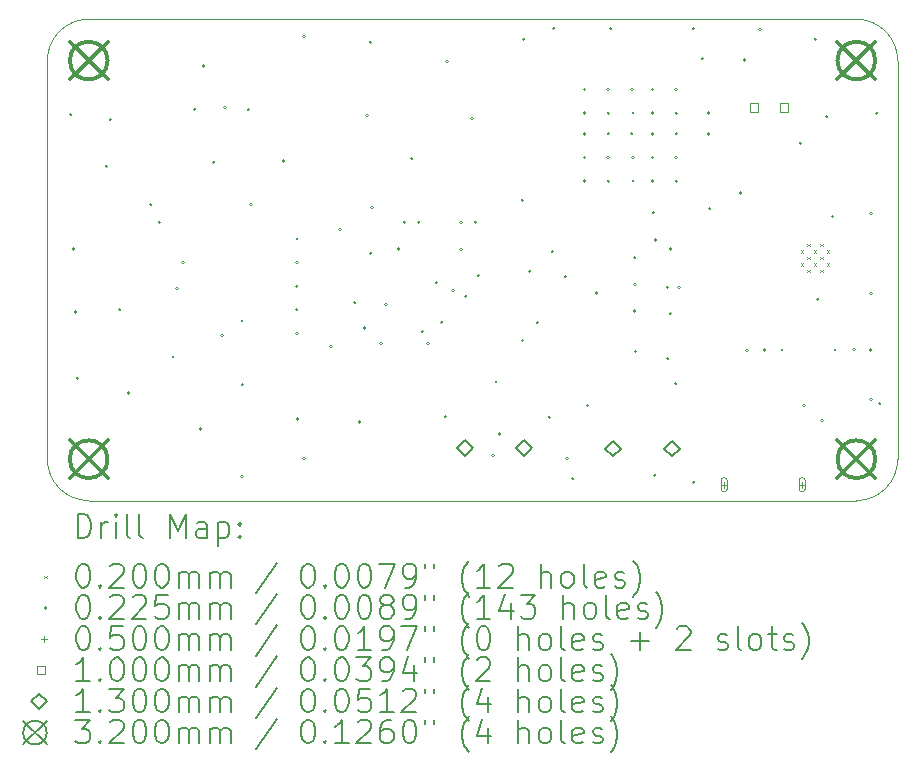
<source format=gbr>
%TF.GenerationSoftware,KiCad,Pcbnew,8.0.2*%
%TF.CreationDate,2024-05-15T15:04:29-04:00*%
%TF.ProjectId,stargazer,73746172-6761-47a6-9572-2e6b69636164,rev?*%
%TF.SameCoordinates,Original*%
%TF.FileFunction,Drillmap*%
%TF.FilePolarity,Positive*%
%FSLAX45Y45*%
G04 Gerber Fmt 4.5, Leading zero omitted, Abs format (unit mm)*
G04 Created by KiCad (PCBNEW 8.0.2) date 2024-05-15 15:04:29*
%MOMM*%
%LPD*%
G01*
G04 APERTURE LIST*
%ADD10C,0.100000*%
%ADD11C,0.200000*%
%ADD12C,0.130000*%
%ADD13C,0.320000*%
G04 APERTURE END LIST*
D10*
X11251000Y-7430000D02*
X17751000Y-7430000D01*
X11251000Y-11505000D02*
G75*
G02*
X10901000Y-11155000I0J350000D01*
G01*
X17751000Y-7430000D02*
G75*
G02*
X18101000Y-7780000I0J-350000D01*
G01*
X18101000Y-11155000D02*
G75*
G02*
X17751000Y-11505000I-350000J0D01*
G01*
X18101000Y-7780000D02*
X18101000Y-11155000D01*
X10901000Y-11155000D02*
X10901000Y-7780000D01*
X17751000Y-11505000D02*
X11251000Y-11505000D01*
X10901000Y-7780000D02*
G75*
G02*
X11251000Y-7430000I350000J0D01*
G01*
D11*
D10*
X17281000Y-9386000D02*
X17301000Y-9406000D01*
X17301000Y-9386000D02*
X17281000Y-9406000D01*
X17281000Y-9496000D02*
X17301000Y-9516000D01*
X17301000Y-9496000D02*
X17281000Y-9516000D01*
X17336000Y-9331000D02*
X17356000Y-9351000D01*
X17356000Y-9331000D02*
X17336000Y-9351000D01*
X17336000Y-9441000D02*
X17356000Y-9461000D01*
X17356000Y-9441000D02*
X17336000Y-9461000D01*
X17336000Y-9551000D02*
X17356000Y-9571000D01*
X17356000Y-9551000D02*
X17336000Y-9571000D01*
X17391000Y-9386000D02*
X17411000Y-9406000D01*
X17411000Y-9386000D02*
X17391000Y-9406000D01*
X17391000Y-9496000D02*
X17411000Y-9516000D01*
X17411000Y-9496000D02*
X17391000Y-9516000D01*
X17446000Y-9331000D02*
X17466000Y-9351000D01*
X17466000Y-9331000D02*
X17446000Y-9351000D01*
X17446000Y-9441000D02*
X17466000Y-9461000D01*
X17466000Y-9441000D02*
X17446000Y-9461000D01*
X17446000Y-9551000D02*
X17466000Y-9571000D01*
X17466000Y-9551000D02*
X17446000Y-9571000D01*
X17501000Y-9386000D02*
X17521000Y-9406000D01*
X17521000Y-9386000D02*
X17501000Y-9406000D01*
X17501000Y-9496000D02*
X17521000Y-9516000D01*
X17521000Y-9496000D02*
X17501000Y-9516000D01*
X11111250Y-8240000D02*
G75*
G02*
X11088750Y-8240000I-11250J0D01*
G01*
X11088750Y-8240000D02*
G75*
G02*
X11111250Y-8240000I11250J0D01*
G01*
X11136250Y-9375000D02*
G75*
G02*
X11113750Y-9375000I-11250J0D01*
G01*
X11113750Y-9375000D02*
G75*
G02*
X11136250Y-9375000I11250J0D01*
G01*
X11151250Y-9910000D02*
G75*
G02*
X11128750Y-9910000I-11250J0D01*
G01*
X11128750Y-9910000D02*
G75*
G02*
X11151250Y-9910000I11250J0D01*
G01*
X11166250Y-10470000D02*
G75*
G02*
X11143750Y-10470000I-11250J0D01*
G01*
X11143750Y-10470000D02*
G75*
G02*
X11166250Y-10470000I11250J0D01*
G01*
X11411250Y-8675000D02*
G75*
G02*
X11388750Y-8675000I-11250J0D01*
G01*
X11388750Y-8675000D02*
G75*
G02*
X11411250Y-8675000I11250J0D01*
G01*
X11446250Y-8280000D02*
G75*
G02*
X11423750Y-8280000I-11250J0D01*
G01*
X11423750Y-8280000D02*
G75*
G02*
X11446250Y-8280000I11250J0D01*
G01*
X11526250Y-9890000D02*
G75*
G02*
X11503750Y-9890000I-11250J0D01*
G01*
X11503750Y-9890000D02*
G75*
G02*
X11526250Y-9890000I11250J0D01*
G01*
X11601250Y-10595000D02*
G75*
G02*
X11578750Y-10595000I-11250J0D01*
G01*
X11578750Y-10595000D02*
G75*
G02*
X11601250Y-10595000I11250J0D01*
G01*
X11786250Y-9000000D02*
G75*
G02*
X11763750Y-9000000I-11250J0D01*
G01*
X11763750Y-9000000D02*
G75*
G02*
X11786250Y-9000000I11250J0D01*
G01*
X11861250Y-9150000D02*
G75*
G02*
X11838750Y-9150000I-11250J0D01*
G01*
X11838750Y-9150000D02*
G75*
G02*
X11861250Y-9150000I11250J0D01*
G01*
X11976250Y-10290000D02*
G75*
G02*
X11953750Y-10290000I-11250J0D01*
G01*
X11953750Y-10290000D02*
G75*
G02*
X11976250Y-10290000I11250J0D01*
G01*
X12011250Y-9710000D02*
G75*
G02*
X11988750Y-9710000I-11250J0D01*
G01*
X11988750Y-9710000D02*
G75*
G02*
X12011250Y-9710000I11250J0D01*
G01*
X12061250Y-9490000D02*
G75*
G02*
X12038750Y-9490000I-11250J0D01*
G01*
X12038750Y-9490000D02*
G75*
G02*
X12061250Y-9490000I11250J0D01*
G01*
X12161250Y-8190000D02*
G75*
G02*
X12138750Y-8190000I-11250J0D01*
G01*
X12138750Y-8190000D02*
G75*
G02*
X12161250Y-8190000I11250J0D01*
G01*
X12211250Y-10900000D02*
G75*
G02*
X12188750Y-10900000I-11250J0D01*
G01*
X12188750Y-10900000D02*
G75*
G02*
X12211250Y-10900000I11250J0D01*
G01*
X12236250Y-7825000D02*
G75*
G02*
X12213750Y-7825000I-11250J0D01*
G01*
X12213750Y-7825000D02*
G75*
G02*
X12236250Y-7825000I11250J0D01*
G01*
X12321250Y-8640000D02*
G75*
G02*
X12298750Y-8640000I-11250J0D01*
G01*
X12298750Y-8640000D02*
G75*
G02*
X12321250Y-8640000I11250J0D01*
G01*
X12391250Y-10110000D02*
G75*
G02*
X12368750Y-10110000I-11250J0D01*
G01*
X12368750Y-10110000D02*
G75*
G02*
X12391250Y-10110000I11250J0D01*
G01*
X12416250Y-8175000D02*
G75*
G02*
X12393750Y-8175000I-11250J0D01*
G01*
X12393750Y-8175000D02*
G75*
G02*
X12416250Y-8175000I11250J0D01*
G01*
X12561250Y-9985000D02*
G75*
G02*
X12538750Y-9985000I-11250J0D01*
G01*
X12538750Y-9985000D02*
G75*
G02*
X12561250Y-9985000I11250J0D01*
G01*
X12561250Y-10525000D02*
G75*
G02*
X12538750Y-10525000I-11250J0D01*
G01*
X12538750Y-10525000D02*
G75*
G02*
X12561250Y-10525000I11250J0D01*
G01*
X12561250Y-11300000D02*
G75*
G02*
X12538750Y-11300000I-11250J0D01*
G01*
X12538750Y-11300000D02*
G75*
G02*
X12561250Y-11300000I11250J0D01*
G01*
X12612250Y-8197000D02*
G75*
G02*
X12589750Y-8197000I-11250J0D01*
G01*
X12589750Y-8197000D02*
G75*
G02*
X12612250Y-8197000I11250J0D01*
G01*
X12636250Y-9000000D02*
G75*
G02*
X12613750Y-9000000I-11250J0D01*
G01*
X12613750Y-9000000D02*
G75*
G02*
X12636250Y-9000000I11250J0D01*
G01*
X12911250Y-8630000D02*
G75*
G02*
X12888750Y-8630000I-11250J0D01*
G01*
X12888750Y-8630000D02*
G75*
G02*
X12911250Y-8630000I11250J0D01*
G01*
X13024750Y-9490000D02*
G75*
G02*
X13002250Y-9490000I-11250J0D01*
G01*
X13002250Y-9490000D02*
G75*
G02*
X13024750Y-9490000I11250J0D01*
G01*
X13024750Y-9690000D02*
G75*
G02*
X13002250Y-9690000I-11250J0D01*
G01*
X13002250Y-9690000D02*
G75*
G02*
X13024750Y-9690000I11250J0D01*
G01*
X13024750Y-9890000D02*
G75*
G02*
X13002250Y-9890000I-11250J0D01*
G01*
X13002250Y-9890000D02*
G75*
G02*
X13024750Y-9890000I11250J0D01*
G01*
X13024750Y-10090000D02*
G75*
G02*
X13002250Y-10090000I-11250J0D01*
G01*
X13002250Y-10090000D02*
G75*
G02*
X13024750Y-10090000I11250J0D01*
G01*
X13026250Y-9290000D02*
G75*
G02*
X13003750Y-9290000I-11250J0D01*
G01*
X13003750Y-9290000D02*
G75*
G02*
X13026250Y-9290000I11250J0D01*
G01*
X13031250Y-10815000D02*
G75*
G02*
X13008750Y-10815000I-11250J0D01*
G01*
X13008750Y-10815000D02*
G75*
G02*
X13031250Y-10815000I11250J0D01*
G01*
X13086250Y-7575000D02*
G75*
G02*
X13063750Y-7575000I-11250J0D01*
G01*
X13063750Y-7575000D02*
G75*
G02*
X13086250Y-7575000I11250J0D01*
G01*
X13086250Y-11150000D02*
G75*
G02*
X13063750Y-11150000I-11250J0D01*
G01*
X13063750Y-11150000D02*
G75*
G02*
X13086250Y-11150000I11250J0D01*
G01*
X13316250Y-10200000D02*
G75*
G02*
X13293750Y-10200000I-11250J0D01*
G01*
X13293750Y-10200000D02*
G75*
G02*
X13316250Y-10200000I11250J0D01*
G01*
X13391250Y-9210000D02*
G75*
G02*
X13368750Y-9210000I-11250J0D01*
G01*
X13368750Y-9210000D02*
G75*
G02*
X13391250Y-9210000I11250J0D01*
G01*
X13516250Y-9830000D02*
G75*
G02*
X13493750Y-9830000I-11250J0D01*
G01*
X13493750Y-9830000D02*
G75*
G02*
X13516250Y-9830000I11250J0D01*
G01*
X13556250Y-10840000D02*
G75*
G02*
X13533750Y-10840000I-11250J0D01*
G01*
X13533750Y-10840000D02*
G75*
G02*
X13556250Y-10840000I11250J0D01*
G01*
X13596250Y-10045000D02*
G75*
G02*
X13573750Y-10045000I-11250J0D01*
G01*
X13573750Y-10045000D02*
G75*
G02*
X13596250Y-10045000I11250J0D01*
G01*
X13621250Y-8245000D02*
G75*
G02*
X13598750Y-8245000I-11250J0D01*
G01*
X13598750Y-8245000D02*
G75*
G02*
X13621250Y-8245000I11250J0D01*
G01*
X13646250Y-7625000D02*
G75*
G02*
X13623750Y-7625000I-11250J0D01*
G01*
X13623750Y-7625000D02*
G75*
G02*
X13646250Y-7625000I11250J0D01*
G01*
X13651250Y-9410000D02*
G75*
G02*
X13628750Y-9410000I-11250J0D01*
G01*
X13628750Y-9410000D02*
G75*
G02*
X13651250Y-9410000I11250J0D01*
G01*
X13661250Y-9025000D02*
G75*
G02*
X13638750Y-9025000I-11250J0D01*
G01*
X13638750Y-9025000D02*
G75*
G02*
X13661250Y-9025000I11250J0D01*
G01*
X13736250Y-10175000D02*
G75*
G02*
X13713750Y-10175000I-11250J0D01*
G01*
X13713750Y-10175000D02*
G75*
G02*
X13736250Y-10175000I11250J0D01*
G01*
X13781250Y-9845000D02*
G75*
G02*
X13758750Y-9845000I-11250J0D01*
G01*
X13758750Y-9845000D02*
G75*
G02*
X13781250Y-9845000I11250J0D01*
G01*
X13886250Y-9375000D02*
G75*
G02*
X13863750Y-9375000I-11250J0D01*
G01*
X13863750Y-9375000D02*
G75*
G02*
X13886250Y-9375000I11250J0D01*
G01*
X13934720Y-9149000D02*
G75*
G02*
X13912220Y-9149000I-11250J0D01*
G01*
X13912220Y-9149000D02*
G75*
G02*
X13934720Y-9149000I11250J0D01*
G01*
X13996250Y-8610000D02*
G75*
G02*
X13973750Y-8610000I-11250J0D01*
G01*
X13973750Y-8610000D02*
G75*
G02*
X13996250Y-8610000I11250J0D01*
G01*
X14056250Y-9150000D02*
G75*
G02*
X14033750Y-9150000I-11250J0D01*
G01*
X14033750Y-9150000D02*
G75*
G02*
X14056250Y-9150000I11250J0D01*
G01*
X14086250Y-10075000D02*
G75*
G02*
X14063750Y-10075000I-11250J0D01*
G01*
X14063750Y-10075000D02*
G75*
G02*
X14086250Y-10075000I11250J0D01*
G01*
X14136250Y-10175000D02*
G75*
G02*
X14113750Y-10175000I-11250J0D01*
G01*
X14113750Y-10175000D02*
G75*
G02*
X14136250Y-10175000I11250J0D01*
G01*
X14206250Y-9660000D02*
G75*
G02*
X14183750Y-9660000I-11250J0D01*
G01*
X14183750Y-9660000D02*
G75*
G02*
X14206250Y-9660000I11250J0D01*
G01*
X14251250Y-9995000D02*
G75*
G02*
X14228750Y-9995000I-11250J0D01*
G01*
X14228750Y-9995000D02*
G75*
G02*
X14251250Y-9995000I11250J0D01*
G01*
X14281250Y-10795000D02*
G75*
G02*
X14258750Y-10795000I-11250J0D01*
G01*
X14258750Y-10795000D02*
G75*
G02*
X14281250Y-10795000I11250J0D01*
G01*
X14296250Y-7785000D02*
G75*
G02*
X14273750Y-7785000I-11250J0D01*
G01*
X14273750Y-7785000D02*
G75*
G02*
X14296250Y-7785000I11250J0D01*
G01*
X14346250Y-9725000D02*
G75*
G02*
X14323750Y-9725000I-11250J0D01*
G01*
X14323750Y-9725000D02*
G75*
G02*
X14346250Y-9725000I11250J0D01*
G01*
X14416250Y-9150000D02*
G75*
G02*
X14393750Y-9150000I-11250J0D01*
G01*
X14393750Y-9150000D02*
G75*
G02*
X14416250Y-9150000I11250J0D01*
G01*
X14416250Y-9380000D02*
G75*
G02*
X14393750Y-9380000I-11250J0D01*
G01*
X14393750Y-9380000D02*
G75*
G02*
X14416250Y-9380000I11250J0D01*
G01*
X14456250Y-9775000D02*
G75*
G02*
X14433750Y-9775000I-11250J0D01*
G01*
X14433750Y-9775000D02*
G75*
G02*
X14456250Y-9775000I11250J0D01*
G01*
X14506250Y-8270000D02*
G75*
G02*
X14483750Y-8270000I-11250J0D01*
G01*
X14483750Y-8270000D02*
G75*
G02*
X14506250Y-8270000I11250J0D01*
G01*
X14536250Y-9150000D02*
G75*
G02*
X14513750Y-9150000I-11250J0D01*
G01*
X14513750Y-9150000D02*
G75*
G02*
X14536250Y-9150000I11250J0D01*
G01*
X14561250Y-9600000D02*
G75*
G02*
X14538750Y-9600000I-11250J0D01*
G01*
X14538750Y-9600000D02*
G75*
G02*
X14561250Y-9600000I11250J0D01*
G01*
X14686250Y-11125000D02*
G75*
G02*
X14663750Y-11125000I-11250J0D01*
G01*
X14663750Y-11125000D02*
G75*
G02*
X14686250Y-11125000I11250J0D01*
G01*
X14711250Y-10500000D02*
G75*
G02*
X14688750Y-10500000I-11250J0D01*
G01*
X14688750Y-10500000D02*
G75*
G02*
X14711250Y-10500000I11250J0D01*
G01*
X14741250Y-10940000D02*
G75*
G02*
X14718750Y-10940000I-11250J0D01*
G01*
X14718750Y-10940000D02*
G75*
G02*
X14741250Y-10940000I11250J0D01*
G01*
X14931800Y-8961900D02*
G75*
G02*
X14909300Y-8961900I-11250J0D01*
G01*
X14909300Y-8961900D02*
G75*
G02*
X14931800Y-8961900I11250J0D01*
G01*
X14936250Y-10150000D02*
G75*
G02*
X14913750Y-10150000I-11250J0D01*
G01*
X14913750Y-10150000D02*
G75*
G02*
X14936250Y-10150000I11250J0D01*
G01*
X14946250Y-7600000D02*
G75*
G02*
X14923750Y-7600000I-11250J0D01*
G01*
X14923750Y-7600000D02*
G75*
G02*
X14946250Y-7600000I11250J0D01*
G01*
X14996250Y-9565000D02*
G75*
G02*
X14973750Y-9565000I-11250J0D01*
G01*
X14973750Y-9565000D02*
G75*
G02*
X14996250Y-9565000I11250J0D01*
G01*
X15061250Y-10000000D02*
G75*
G02*
X15038750Y-10000000I-11250J0D01*
G01*
X15038750Y-10000000D02*
G75*
G02*
X15061250Y-10000000I11250J0D01*
G01*
X15161250Y-10800000D02*
G75*
G02*
X15138750Y-10800000I-11250J0D01*
G01*
X15138750Y-10800000D02*
G75*
G02*
X15161250Y-10800000I11250J0D01*
G01*
X15186250Y-9400000D02*
G75*
G02*
X15163750Y-9400000I-11250J0D01*
G01*
X15163750Y-9400000D02*
G75*
G02*
X15186250Y-9400000I11250J0D01*
G01*
X15201250Y-7505000D02*
G75*
G02*
X15178750Y-7505000I-11250J0D01*
G01*
X15178750Y-7505000D02*
G75*
G02*
X15201250Y-7505000I11250J0D01*
G01*
X15296250Y-9610000D02*
G75*
G02*
X15273750Y-9610000I-11250J0D01*
G01*
X15273750Y-9610000D02*
G75*
G02*
X15296250Y-9610000I11250J0D01*
G01*
X15311250Y-11150000D02*
G75*
G02*
X15288750Y-11150000I-11250J0D01*
G01*
X15288750Y-11150000D02*
G75*
G02*
X15311250Y-11150000I11250J0D01*
G01*
X15361250Y-11320000D02*
G75*
G02*
X15338750Y-11320000I-11250J0D01*
G01*
X15338750Y-11320000D02*
G75*
G02*
X15361250Y-11320000I11250J0D01*
G01*
X15461250Y-8025000D02*
G75*
G02*
X15438750Y-8025000I-11250J0D01*
G01*
X15438750Y-8025000D02*
G75*
G02*
X15461250Y-8025000I11250J0D01*
G01*
X15461250Y-8225000D02*
G75*
G02*
X15438750Y-8225000I-11250J0D01*
G01*
X15438750Y-8225000D02*
G75*
G02*
X15461250Y-8225000I11250J0D01*
G01*
X15461250Y-8400000D02*
G75*
G02*
X15438750Y-8400000I-11250J0D01*
G01*
X15438750Y-8400000D02*
G75*
G02*
X15461250Y-8400000I11250J0D01*
G01*
X15461250Y-8600000D02*
G75*
G02*
X15438750Y-8600000I-11250J0D01*
G01*
X15438750Y-8600000D02*
G75*
G02*
X15461250Y-8600000I11250J0D01*
G01*
X15461250Y-8800000D02*
G75*
G02*
X15438750Y-8800000I-11250J0D01*
G01*
X15438750Y-8800000D02*
G75*
G02*
X15461250Y-8800000I11250J0D01*
G01*
X15486250Y-10700000D02*
G75*
G02*
X15463750Y-10700000I-11250J0D01*
G01*
X15463750Y-10700000D02*
G75*
G02*
X15486250Y-10700000I11250J0D01*
G01*
X15562250Y-9750000D02*
G75*
G02*
X15539750Y-9750000I-11250J0D01*
G01*
X15539750Y-9750000D02*
G75*
G02*
X15562250Y-9750000I11250J0D01*
G01*
X15661250Y-8025000D02*
G75*
G02*
X15638750Y-8025000I-11250J0D01*
G01*
X15638750Y-8025000D02*
G75*
G02*
X15661250Y-8025000I11250J0D01*
G01*
X15661250Y-8225000D02*
G75*
G02*
X15638750Y-8225000I-11250J0D01*
G01*
X15638750Y-8225000D02*
G75*
G02*
X15661250Y-8225000I11250J0D01*
G01*
X15661250Y-8400000D02*
G75*
G02*
X15638750Y-8400000I-11250J0D01*
G01*
X15638750Y-8400000D02*
G75*
G02*
X15661250Y-8400000I11250J0D01*
G01*
X15661250Y-8600000D02*
G75*
G02*
X15638750Y-8600000I-11250J0D01*
G01*
X15638750Y-8600000D02*
G75*
G02*
X15661250Y-8600000I11250J0D01*
G01*
X15661250Y-8800000D02*
G75*
G02*
X15638750Y-8800000I-11250J0D01*
G01*
X15638750Y-8800000D02*
G75*
G02*
X15661250Y-8800000I11250J0D01*
G01*
X15681250Y-7510000D02*
G75*
G02*
X15658750Y-7510000I-11250J0D01*
G01*
X15658750Y-7510000D02*
G75*
G02*
X15681250Y-7510000I11250J0D01*
G01*
X15861250Y-8025000D02*
G75*
G02*
X15838750Y-8025000I-11250J0D01*
G01*
X15838750Y-8025000D02*
G75*
G02*
X15861250Y-8025000I11250J0D01*
G01*
X15861250Y-8400000D02*
G75*
G02*
X15838750Y-8400000I-11250J0D01*
G01*
X15838750Y-8400000D02*
G75*
G02*
X15861250Y-8400000I11250J0D01*
G01*
X15871153Y-8223816D02*
G75*
G02*
X15848653Y-8223816I-11250J0D01*
G01*
X15848653Y-8223816D02*
G75*
G02*
X15871153Y-8223816I11250J0D01*
G01*
X15871153Y-8598816D02*
G75*
G02*
X15848653Y-8598816I-11250J0D01*
G01*
X15848653Y-8598816D02*
G75*
G02*
X15871153Y-8598816I11250J0D01*
G01*
X15871153Y-8798816D02*
G75*
G02*
X15848653Y-8798816I-11250J0D01*
G01*
X15848653Y-8798816D02*
G75*
G02*
X15871153Y-8798816I11250J0D01*
G01*
X15886250Y-9450000D02*
G75*
G02*
X15863750Y-9450000I-11250J0D01*
G01*
X15863750Y-9450000D02*
G75*
G02*
X15886250Y-9450000I11250J0D01*
G01*
X15886250Y-9675000D02*
G75*
G02*
X15863750Y-9675000I-11250J0D01*
G01*
X15863750Y-9675000D02*
G75*
G02*
X15886250Y-9675000I11250J0D01*
G01*
X15886250Y-9900000D02*
G75*
G02*
X15863750Y-9900000I-11250J0D01*
G01*
X15863750Y-9900000D02*
G75*
G02*
X15886250Y-9900000I11250J0D01*
G01*
X15892250Y-10242000D02*
G75*
G02*
X15869750Y-10242000I-11250J0D01*
G01*
X15869750Y-10242000D02*
G75*
G02*
X15892250Y-10242000I11250J0D01*
G01*
X16036250Y-8025000D02*
G75*
G02*
X16013750Y-8025000I-11250J0D01*
G01*
X16013750Y-8025000D02*
G75*
G02*
X16036250Y-8025000I11250J0D01*
G01*
X16036250Y-8225000D02*
G75*
G02*
X16013750Y-8225000I-11250J0D01*
G01*
X16013750Y-8225000D02*
G75*
G02*
X16036250Y-8225000I11250J0D01*
G01*
X16036250Y-8400000D02*
G75*
G02*
X16013750Y-8400000I-11250J0D01*
G01*
X16013750Y-8400000D02*
G75*
G02*
X16036250Y-8400000I11250J0D01*
G01*
X16036250Y-8600000D02*
G75*
G02*
X16013750Y-8600000I-11250J0D01*
G01*
X16013750Y-8600000D02*
G75*
G02*
X16036250Y-8600000I11250J0D01*
G01*
X16036250Y-8800000D02*
G75*
G02*
X16013750Y-8800000I-11250J0D01*
G01*
X16013750Y-8800000D02*
G75*
G02*
X16036250Y-8800000I11250J0D01*
G01*
X16042250Y-9070000D02*
G75*
G02*
X16019750Y-9070000I-11250J0D01*
G01*
X16019750Y-9070000D02*
G75*
G02*
X16042250Y-9070000I11250J0D01*
G01*
X16056250Y-11290000D02*
G75*
G02*
X16033750Y-11290000I-11250J0D01*
G01*
X16033750Y-11290000D02*
G75*
G02*
X16056250Y-11290000I11250J0D01*
G01*
X16061250Y-9300000D02*
G75*
G02*
X16038750Y-9300000I-11250J0D01*
G01*
X16038750Y-9300000D02*
G75*
G02*
X16061250Y-9300000I11250J0D01*
G01*
X16161250Y-9700000D02*
G75*
G02*
X16138750Y-9700000I-11250J0D01*
G01*
X16138750Y-9700000D02*
G75*
G02*
X16161250Y-9700000I11250J0D01*
G01*
X16166250Y-10305000D02*
G75*
G02*
X16143750Y-10305000I-11250J0D01*
G01*
X16143750Y-10305000D02*
G75*
G02*
X16166250Y-10305000I11250J0D01*
G01*
X16186250Y-9375000D02*
G75*
G02*
X16163750Y-9375000I-11250J0D01*
G01*
X16163750Y-9375000D02*
G75*
G02*
X16186250Y-9375000I11250J0D01*
G01*
X16186250Y-9925000D02*
G75*
G02*
X16163750Y-9925000I-11250J0D01*
G01*
X16163750Y-9925000D02*
G75*
G02*
X16186250Y-9925000I11250J0D01*
G01*
X16232250Y-10514800D02*
G75*
G02*
X16209750Y-10514800I-11250J0D01*
G01*
X16209750Y-10514800D02*
G75*
G02*
X16232250Y-10514800I11250J0D01*
G01*
X16236250Y-8025000D02*
G75*
G02*
X16213750Y-8025000I-11250J0D01*
G01*
X16213750Y-8025000D02*
G75*
G02*
X16236250Y-8025000I11250J0D01*
G01*
X16236250Y-8225000D02*
G75*
G02*
X16213750Y-8225000I-11250J0D01*
G01*
X16213750Y-8225000D02*
G75*
G02*
X16236250Y-8225000I11250J0D01*
G01*
X16236250Y-8400000D02*
G75*
G02*
X16213750Y-8400000I-11250J0D01*
G01*
X16213750Y-8400000D02*
G75*
G02*
X16236250Y-8400000I11250J0D01*
G01*
X16236250Y-8600000D02*
G75*
G02*
X16213750Y-8600000I-11250J0D01*
G01*
X16213750Y-8600000D02*
G75*
G02*
X16236250Y-8600000I11250J0D01*
G01*
X16236250Y-8800000D02*
G75*
G02*
X16213750Y-8800000I-11250J0D01*
G01*
X16213750Y-8800000D02*
G75*
G02*
X16236250Y-8800000I11250J0D01*
G01*
X16261250Y-9700000D02*
G75*
G02*
X16238750Y-9700000I-11250J0D01*
G01*
X16238750Y-9700000D02*
G75*
G02*
X16261250Y-9700000I11250J0D01*
G01*
X16381250Y-7510000D02*
G75*
G02*
X16358750Y-7510000I-11250J0D01*
G01*
X16358750Y-7510000D02*
G75*
G02*
X16381250Y-7510000I11250J0D01*
G01*
X16386250Y-11350000D02*
G75*
G02*
X16363750Y-11350000I-11250J0D01*
G01*
X16363750Y-11350000D02*
G75*
G02*
X16386250Y-11350000I11250J0D01*
G01*
X16456250Y-7765000D02*
G75*
G02*
X16433750Y-7765000I-11250J0D01*
G01*
X16433750Y-7765000D02*
G75*
G02*
X16456250Y-7765000I11250J0D01*
G01*
X16511250Y-8225000D02*
G75*
G02*
X16488750Y-8225000I-11250J0D01*
G01*
X16488750Y-8225000D02*
G75*
G02*
X16511250Y-8225000I11250J0D01*
G01*
X16511250Y-8400000D02*
G75*
G02*
X16488750Y-8400000I-11250J0D01*
G01*
X16488750Y-8400000D02*
G75*
G02*
X16511250Y-8400000I11250J0D01*
G01*
X16521250Y-9035000D02*
G75*
G02*
X16498750Y-9035000I-11250J0D01*
G01*
X16498750Y-9035000D02*
G75*
G02*
X16521250Y-9035000I11250J0D01*
G01*
X16781250Y-8900000D02*
G75*
G02*
X16758750Y-8900000I-11250J0D01*
G01*
X16758750Y-8900000D02*
G75*
G02*
X16781250Y-8900000I11250J0D01*
G01*
X16816250Y-7775000D02*
G75*
G02*
X16793750Y-7775000I-11250J0D01*
G01*
X16793750Y-7775000D02*
G75*
G02*
X16816250Y-7775000I11250J0D01*
G01*
X16836250Y-10235000D02*
G75*
G02*
X16813750Y-10235000I-11250J0D01*
G01*
X16813750Y-10235000D02*
G75*
G02*
X16836250Y-10235000I11250J0D01*
G01*
X16946250Y-7515000D02*
G75*
G02*
X16923750Y-7515000I-11250J0D01*
G01*
X16923750Y-7515000D02*
G75*
G02*
X16946250Y-7515000I11250J0D01*
G01*
X16982250Y-10230000D02*
G75*
G02*
X16959750Y-10230000I-11250J0D01*
G01*
X16959750Y-10230000D02*
G75*
G02*
X16982250Y-10230000I11250J0D01*
G01*
X17132250Y-10230000D02*
G75*
G02*
X17109750Y-10230000I-11250J0D01*
G01*
X17109750Y-10230000D02*
G75*
G02*
X17132250Y-10230000I11250J0D01*
G01*
X17286250Y-8480000D02*
G75*
G02*
X17263750Y-8480000I-11250J0D01*
G01*
X17263750Y-8480000D02*
G75*
G02*
X17286250Y-8480000I11250J0D01*
G01*
X17321250Y-10700000D02*
G75*
G02*
X17298750Y-10700000I-11250J0D01*
G01*
X17298750Y-10700000D02*
G75*
G02*
X17321250Y-10700000I11250J0D01*
G01*
X17416250Y-7600000D02*
G75*
G02*
X17393750Y-7600000I-11250J0D01*
G01*
X17393750Y-7600000D02*
G75*
G02*
X17416250Y-7600000I11250J0D01*
G01*
X17436250Y-9800000D02*
G75*
G02*
X17413750Y-9800000I-11250J0D01*
G01*
X17413750Y-9800000D02*
G75*
G02*
X17436250Y-9800000I11250J0D01*
G01*
X17471250Y-10825000D02*
G75*
G02*
X17448750Y-10825000I-11250J0D01*
G01*
X17448750Y-10825000D02*
G75*
G02*
X17471250Y-10825000I11250J0D01*
G01*
X17511250Y-8255000D02*
G75*
G02*
X17488750Y-8255000I-11250J0D01*
G01*
X17488750Y-8255000D02*
G75*
G02*
X17511250Y-8255000I11250J0D01*
G01*
X17561250Y-9100000D02*
G75*
G02*
X17538750Y-9100000I-11250J0D01*
G01*
X17538750Y-9100000D02*
G75*
G02*
X17561250Y-9100000I11250J0D01*
G01*
X17582250Y-10230000D02*
G75*
G02*
X17559750Y-10230000I-11250J0D01*
G01*
X17559750Y-10230000D02*
G75*
G02*
X17582250Y-10230000I11250J0D01*
G01*
X17741250Y-10225000D02*
G75*
G02*
X17718750Y-10225000I-11250J0D01*
G01*
X17718750Y-10225000D02*
G75*
G02*
X17741250Y-10225000I11250J0D01*
G01*
X17881250Y-10230000D02*
G75*
G02*
X17858750Y-10230000I-11250J0D01*
G01*
X17858750Y-10230000D02*
G75*
G02*
X17881250Y-10230000I11250J0D01*
G01*
X17886250Y-9075000D02*
G75*
G02*
X17863750Y-9075000I-11250J0D01*
G01*
X17863750Y-9075000D02*
G75*
G02*
X17886250Y-9075000I11250J0D01*
G01*
X17886250Y-9750000D02*
G75*
G02*
X17863750Y-9750000I-11250J0D01*
G01*
X17863750Y-9750000D02*
G75*
G02*
X17886250Y-9750000I11250J0D01*
G01*
X17886250Y-10650000D02*
G75*
G02*
X17863750Y-10650000I-11250J0D01*
G01*
X17863750Y-10650000D02*
G75*
G02*
X17886250Y-10650000I11250J0D01*
G01*
X17936250Y-8225000D02*
G75*
G02*
X17913750Y-8225000I-11250J0D01*
G01*
X17913750Y-8225000D02*
G75*
G02*
X17936250Y-8225000I11250J0D01*
G01*
X17961250Y-10685000D02*
G75*
G02*
X17938750Y-10685000I-11250J0D01*
G01*
X17938750Y-10685000D02*
G75*
G02*
X17961250Y-10685000I11250J0D01*
G01*
X16631000Y-11345000D02*
X16631000Y-11395000D01*
X16606000Y-11370000D02*
X16656000Y-11370000D01*
X16606000Y-11335000D02*
X16606000Y-11405000D01*
X16656000Y-11405000D02*
G75*
G02*
X16606000Y-11405000I-25000J0D01*
G01*
X16656000Y-11405000D02*
X16656000Y-11335000D01*
X16656000Y-11335000D02*
G75*
G03*
X16606000Y-11335000I-25000J0D01*
G01*
X17291000Y-11345000D02*
X17291000Y-11395000D01*
X17266000Y-11370000D02*
X17316000Y-11370000D01*
X17266000Y-11335000D02*
X17266000Y-11405000D01*
X17316000Y-11405000D02*
G75*
G02*
X17266000Y-11405000I-25000J0D01*
G01*
X17316000Y-11405000D02*
X17316000Y-11335000D01*
X17316000Y-11335000D02*
G75*
G03*
X17266000Y-11335000I-25000J0D01*
G01*
X16921356Y-8212856D02*
X16921356Y-8142144D01*
X16850644Y-8142144D01*
X16850644Y-8212856D01*
X16921356Y-8212856D01*
X17175356Y-8212856D02*
X17175356Y-8142144D01*
X17104644Y-8142144D01*
X17104644Y-8212856D01*
X17175356Y-8212856D01*
D12*
X14436250Y-11125000D02*
X14501250Y-11060000D01*
X14436250Y-10995000D01*
X14371250Y-11060000D01*
X14436250Y-11125000D01*
X14936250Y-11125000D02*
X15001250Y-11060000D01*
X14936250Y-10995000D01*
X14871250Y-11060000D01*
X14936250Y-11125000D01*
X15691000Y-11130000D02*
X15756000Y-11065000D01*
X15691000Y-11000000D01*
X15626000Y-11065000D01*
X15691000Y-11130000D01*
X16191000Y-11130000D02*
X16256000Y-11065000D01*
X16191000Y-11000000D01*
X16126000Y-11065000D01*
X16191000Y-11130000D01*
D13*
X11091000Y-7620000D02*
X11411000Y-7940000D01*
X11411000Y-7620000D02*
X11091000Y-7940000D01*
X11411000Y-7780000D02*
G75*
G02*
X11091000Y-7780000I-160000J0D01*
G01*
X11091000Y-7780000D02*
G75*
G02*
X11411000Y-7780000I160000J0D01*
G01*
X11091000Y-10995000D02*
X11411000Y-11315000D01*
X11411000Y-10995000D02*
X11091000Y-11315000D01*
X11411000Y-11155000D02*
G75*
G02*
X11091000Y-11155000I-160000J0D01*
G01*
X11091000Y-11155000D02*
G75*
G02*
X11411000Y-11155000I160000J0D01*
G01*
X17591000Y-7620000D02*
X17911000Y-7940000D01*
X17911000Y-7620000D02*
X17591000Y-7940000D01*
X17911000Y-7780000D02*
G75*
G02*
X17591000Y-7780000I-160000J0D01*
G01*
X17591000Y-7780000D02*
G75*
G02*
X17911000Y-7780000I160000J0D01*
G01*
X17591000Y-10995000D02*
X17911000Y-11315000D01*
X17911000Y-10995000D02*
X17591000Y-11315000D01*
X17911000Y-11155000D02*
G75*
G02*
X17591000Y-11155000I-160000J0D01*
G01*
X17591000Y-11155000D02*
G75*
G02*
X17911000Y-11155000I160000J0D01*
G01*
D11*
X11156777Y-11821484D02*
X11156777Y-11621484D01*
X11156777Y-11621484D02*
X11204396Y-11621484D01*
X11204396Y-11621484D02*
X11232967Y-11631008D01*
X11232967Y-11631008D02*
X11252015Y-11650055D01*
X11252015Y-11650055D02*
X11261539Y-11669103D01*
X11261539Y-11669103D02*
X11271062Y-11707198D01*
X11271062Y-11707198D02*
X11271062Y-11735769D01*
X11271062Y-11735769D02*
X11261539Y-11773865D01*
X11261539Y-11773865D02*
X11252015Y-11792912D01*
X11252015Y-11792912D02*
X11232967Y-11811960D01*
X11232967Y-11811960D02*
X11204396Y-11821484D01*
X11204396Y-11821484D02*
X11156777Y-11821484D01*
X11356777Y-11821484D02*
X11356777Y-11688150D01*
X11356777Y-11726246D02*
X11366301Y-11707198D01*
X11366301Y-11707198D02*
X11375824Y-11697674D01*
X11375824Y-11697674D02*
X11394872Y-11688150D01*
X11394872Y-11688150D02*
X11413920Y-11688150D01*
X11480586Y-11821484D02*
X11480586Y-11688150D01*
X11480586Y-11621484D02*
X11471062Y-11631008D01*
X11471062Y-11631008D02*
X11480586Y-11640531D01*
X11480586Y-11640531D02*
X11490110Y-11631008D01*
X11490110Y-11631008D02*
X11480586Y-11621484D01*
X11480586Y-11621484D02*
X11480586Y-11640531D01*
X11604396Y-11821484D02*
X11585348Y-11811960D01*
X11585348Y-11811960D02*
X11575824Y-11792912D01*
X11575824Y-11792912D02*
X11575824Y-11621484D01*
X11709158Y-11821484D02*
X11690110Y-11811960D01*
X11690110Y-11811960D02*
X11680586Y-11792912D01*
X11680586Y-11792912D02*
X11680586Y-11621484D01*
X11937729Y-11821484D02*
X11937729Y-11621484D01*
X11937729Y-11621484D02*
X12004396Y-11764341D01*
X12004396Y-11764341D02*
X12071062Y-11621484D01*
X12071062Y-11621484D02*
X12071062Y-11821484D01*
X12252015Y-11821484D02*
X12252015Y-11716722D01*
X12252015Y-11716722D02*
X12242491Y-11697674D01*
X12242491Y-11697674D02*
X12223443Y-11688150D01*
X12223443Y-11688150D02*
X12185348Y-11688150D01*
X12185348Y-11688150D02*
X12166301Y-11697674D01*
X12252015Y-11811960D02*
X12232967Y-11821484D01*
X12232967Y-11821484D02*
X12185348Y-11821484D01*
X12185348Y-11821484D02*
X12166301Y-11811960D01*
X12166301Y-11811960D02*
X12156777Y-11792912D01*
X12156777Y-11792912D02*
X12156777Y-11773865D01*
X12156777Y-11773865D02*
X12166301Y-11754817D01*
X12166301Y-11754817D02*
X12185348Y-11745293D01*
X12185348Y-11745293D02*
X12232967Y-11745293D01*
X12232967Y-11745293D02*
X12252015Y-11735769D01*
X12347253Y-11688150D02*
X12347253Y-11888150D01*
X12347253Y-11697674D02*
X12366301Y-11688150D01*
X12366301Y-11688150D02*
X12404396Y-11688150D01*
X12404396Y-11688150D02*
X12423443Y-11697674D01*
X12423443Y-11697674D02*
X12432967Y-11707198D01*
X12432967Y-11707198D02*
X12442491Y-11726246D01*
X12442491Y-11726246D02*
X12442491Y-11783388D01*
X12442491Y-11783388D02*
X12432967Y-11802436D01*
X12432967Y-11802436D02*
X12423443Y-11811960D01*
X12423443Y-11811960D02*
X12404396Y-11821484D01*
X12404396Y-11821484D02*
X12366301Y-11821484D01*
X12366301Y-11821484D02*
X12347253Y-11811960D01*
X12528205Y-11802436D02*
X12537729Y-11811960D01*
X12537729Y-11811960D02*
X12528205Y-11821484D01*
X12528205Y-11821484D02*
X12518682Y-11811960D01*
X12518682Y-11811960D02*
X12528205Y-11802436D01*
X12528205Y-11802436D02*
X12528205Y-11821484D01*
X12528205Y-11697674D02*
X12537729Y-11707198D01*
X12537729Y-11707198D02*
X12528205Y-11716722D01*
X12528205Y-11716722D02*
X12518682Y-11707198D01*
X12518682Y-11707198D02*
X12528205Y-11697674D01*
X12528205Y-11697674D02*
X12528205Y-11716722D01*
D10*
X10876000Y-12140000D02*
X10896000Y-12160000D01*
X10896000Y-12140000D02*
X10876000Y-12160000D01*
D11*
X11194872Y-12041484D02*
X11213920Y-12041484D01*
X11213920Y-12041484D02*
X11232967Y-12051008D01*
X11232967Y-12051008D02*
X11242491Y-12060531D01*
X11242491Y-12060531D02*
X11252015Y-12079579D01*
X11252015Y-12079579D02*
X11261539Y-12117674D01*
X11261539Y-12117674D02*
X11261539Y-12165293D01*
X11261539Y-12165293D02*
X11252015Y-12203388D01*
X11252015Y-12203388D02*
X11242491Y-12222436D01*
X11242491Y-12222436D02*
X11232967Y-12231960D01*
X11232967Y-12231960D02*
X11213920Y-12241484D01*
X11213920Y-12241484D02*
X11194872Y-12241484D01*
X11194872Y-12241484D02*
X11175824Y-12231960D01*
X11175824Y-12231960D02*
X11166301Y-12222436D01*
X11166301Y-12222436D02*
X11156777Y-12203388D01*
X11156777Y-12203388D02*
X11147253Y-12165293D01*
X11147253Y-12165293D02*
X11147253Y-12117674D01*
X11147253Y-12117674D02*
X11156777Y-12079579D01*
X11156777Y-12079579D02*
X11166301Y-12060531D01*
X11166301Y-12060531D02*
X11175824Y-12051008D01*
X11175824Y-12051008D02*
X11194872Y-12041484D01*
X11347253Y-12222436D02*
X11356777Y-12231960D01*
X11356777Y-12231960D02*
X11347253Y-12241484D01*
X11347253Y-12241484D02*
X11337729Y-12231960D01*
X11337729Y-12231960D02*
X11347253Y-12222436D01*
X11347253Y-12222436D02*
X11347253Y-12241484D01*
X11432967Y-12060531D02*
X11442491Y-12051008D01*
X11442491Y-12051008D02*
X11461539Y-12041484D01*
X11461539Y-12041484D02*
X11509158Y-12041484D01*
X11509158Y-12041484D02*
X11528205Y-12051008D01*
X11528205Y-12051008D02*
X11537729Y-12060531D01*
X11537729Y-12060531D02*
X11547253Y-12079579D01*
X11547253Y-12079579D02*
X11547253Y-12098627D01*
X11547253Y-12098627D02*
X11537729Y-12127198D01*
X11537729Y-12127198D02*
X11423443Y-12241484D01*
X11423443Y-12241484D02*
X11547253Y-12241484D01*
X11671062Y-12041484D02*
X11690110Y-12041484D01*
X11690110Y-12041484D02*
X11709158Y-12051008D01*
X11709158Y-12051008D02*
X11718682Y-12060531D01*
X11718682Y-12060531D02*
X11728205Y-12079579D01*
X11728205Y-12079579D02*
X11737729Y-12117674D01*
X11737729Y-12117674D02*
X11737729Y-12165293D01*
X11737729Y-12165293D02*
X11728205Y-12203388D01*
X11728205Y-12203388D02*
X11718682Y-12222436D01*
X11718682Y-12222436D02*
X11709158Y-12231960D01*
X11709158Y-12231960D02*
X11690110Y-12241484D01*
X11690110Y-12241484D02*
X11671062Y-12241484D01*
X11671062Y-12241484D02*
X11652015Y-12231960D01*
X11652015Y-12231960D02*
X11642491Y-12222436D01*
X11642491Y-12222436D02*
X11632967Y-12203388D01*
X11632967Y-12203388D02*
X11623443Y-12165293D01*
X11623443Y-12165293D02*
X11623443Y-12117674D01*
X11623443Y-12117674D02*
X11632967Y-12079579D01*
X11632967Y-12079579D02*
X11642491Y-12060531D01*
X11642491Y-12060531D02*
X11652015Y-12051008D01*
X11652015Y-12051008D02*
X11671062Y-12041484D01*
X11861539Y-12041484D02*
X11880586Y-12041484D01*
X11880586Y-12041484D02*
X11899634Y-12051008D01*
X11899634Y-12051008D02*
X11909158Y-12060531D01*
X11909158Y-12060531D02*
X11918682Y-12079579D01*
X11918682Y-12079579D02*
X11928205Y-12117674D01*
X11928205Y-12117674D02*
X11928205Y-12165293D01*
X11928205Y-12165293D02*
X11918682Y-12203388D01*
X11918682Y-12203388D02*
X11909158Y-12222436D01*
X11909158Y-12222436D02*
X11899634Y-12231960D01*
X11899634Y-12231960D02*
X11880586Y-12241484D01*
X11880586Y-12241484D02*
X11861539Y-12241484D01*
X11861539Y-12241484D02*
X11842491Y-12231960D01*
X11842491Y-12231960D02*
X11832967Y-12222436D01*
X11832967Y-12222436D02*
X11823443Y-12203388D01*
X11823443Y-12203388D02*
X11813920Y-12165293D01*
X11813920Y-12165293D02*
X11813920Y-12117674D01*
X11813920Y-12117674D02*
X11823443Y-12079579D01*
X11823443Y-12079579D02*
X11832967Y-12060531D01*
X11832967Y-12060531D02*
X11842491Y-12051008D01*
X11842491Y-12051008D02*
X11861539Y-12041484D01*
X12013920Y-12241484D02*
X12013920Y-12108150D01*
X12013920Y-12127198D02*
X12023443Y-12117674D01*
X12023443Y-12117674D02*
X12042491Y-12108150D01*
X12042491Y-12108150D02*
X12071063Y-12108150D01*
X12071063Y-12108150D02*
X12090110Y-12117674D01*
X12090110Y-12117674D02*
X12099634Y-12136722D01*
X12099634Y-12136722D02*
X12099634Y-12241484D01*
X12099634Y-12136722D02*
X12109158Y-12117674D01*
X12109158Y-12117674D02*
X12128205Y-12108150D01*
X12128205Y-12108150D02*
X12156777Y-12108150D01*
X12156777Y-12108150D02*
X12175824Y-12117674D01*
X12175824Y-12117674D02*
X12185348Y-12136722D01*
X12185348Y-12136722D02*
X12185348Y-12241484D01*
X12280586Y-12241484D02*
X12280586Y-12108150D01*
X12280586Y-12127198D02*
X12290110Y-12117674D01*
X12290110Y-12117674D02*
X12309158Y-12108150D01*
X12309158Y-12108150D02*
X12337729Y-12108150D01*
X12337729Y-12108150D02*
X12356777Y-12117674D01*
X12356777Y-12117674D02*
X12366301Y-12136722D01*
X12366301Y-12136722D02*
X12366301Y-12241484D01*
X12366301Y-12136722D02*
X12375824Y-12117674D01*
X12375824Y-12117674D02*
X12394872Y-12108150D01*
X12394872Y-12108150D02*
X12423443Y-12108150D01*
X12423443Y-12108150D02*
X12442491Y-12117674D01*
X12442491Y-12117674D02*
X12452015Y-12136722D01*
X12452015Y-12136722D02*
X12452015Y-12241484D01*
X12842491Y-12031960D02*
X12671063Y-12289103D01*
X13099634Y-12041484D02*
X13118682Y-12041484D01*
X13118682Y-12041484D02*
X13137729Y-12051008D01*
X13137729Y-12051008D02*
X13147253Y-12060531D01*
X13147253Y-12060531D02*
X13156777Y-12079579D01*
X13156777Y-12079579D02*
X13166301Y-12117674D01*
X13166301Y-12117674D02*
X13166301Y-12165293D01*
X13166301Y-12165293D02*
X13156777Y-12203388D01*
X13156777Y-12203388D02*
X13147253Y-12222436D01*
X13147253Y-12222436D02*
X13137729Y-12231960D01*
X13137729Y-12231960D02*
X13118682Y-12241484D01*
X13118682Y-12241484D02*
X13099634Y-12241484D01*
X13099634Y-12241484D02*
X13080586Y-12231960D01*
X13080586Y-12231960D02*
X13071063Y-12222436D01*
X13071063Y-12222436D02*
X13061539Y-12203388D01*
X13061539Y-12203388D02*
X13052015Y-12165293D01*
X13052015Y-12165293D02*
X13052015Y-12117674D01*
X13052015Y-12117674D02*
X13061539Y-12079579D01*
X13061539Y-12079579D02*
X13071063Y-12060531D01*
X13071063Y-12060531D02*
X13080586Y-12051008D01*
X13080586Y-12051008D02*
X13099634Y-12041484D01*
X13252015Y-12222436D02*
X13261539Y-12231960D01*
X13261539Y-12231960D02*
X13252015Y-12241484D01*
X13252015Y-12241484D02*
X13242491Y-12231960D01*
X13242491Y-12231960D02*
X13252015Y-12222436D01*
X13252015Y-12222436D02*
X13252015Y-12241484D01*
X13385348Y-12041484D02*
X13404396Y-12041484D01*
X13404396Y-12041484D02*
X13423444Y-12051008D01*
X13423444Y-12051008D02*
X13432967Y-12060531D01*
X13432967Y-12060531D02*
X13442491Y-12079579D01*
X13442491Y-12079579D02*
X13452015Y-12117674D01*
X13452015Y-12117674D02*
X13452015Y-12165293D01*
X13452015Y-12165293D02*
X13442491Y-12203388D01*
X13442491Y-12203388D02*
X13432967Y-12222436D01*
X13432967Y-12222436D02*
X13423444Y-12231960D01*
X13423444Y-12231960D02*
X13404396Y-12241484D01*
X13404396Y-12241484D02*
X13385348Y-12241484D01*
X13385348Y-12241484D02*
X13366301Y-12231960D01*
X13366301Y-12231960D02*
X13356777Y-12222436D01*
X13356777Y-12222436D02*
X13347253Y-12203388D01*
X13347253Y-12203388D02*
X13337729Y-12165293D01*
X13337729Y-12165293D02*
X13337729Y-12117674D01*
X13337729Y-12117674D02*
X13347253Y-12079579D01*
X13347253Y-12079579D02*
X13356777Y-12060531D01*
X13356777Y-12060531D02*
X13366301Y-12051008D01*
X13366301Y-12051008D02*
X13385348Y-12041484D01*
X13575825Y-12041484D02*
X13594872Y-12041484D01*
X13594872Y-12041484D02*
X13613920Y-12051008D01*
X13613920Y-12051008D02*
X13623444Y-12060531D01*
X13623444Y-12060531D02*
X13632967Y-12079579D01*
X13632967Y-12079579D02*
X13642491Y-12117674D01*
X13642491Y-12117674D02*
X13642491Y-12165293D01*
X13642491Y-12165293D02*
X13632967Y-12203388D01*
X13632967Y-12203388D02*
X13623444Y-12222436D01*
X13623444Y-12222436D02*
X13613920Y-12231960D01*
X13613920Y-12231960D02*
X13594872Y-12241484D01*
X13594872Y-12241484D02*
X13575825Y-12241484D01*
X13575825Y-12241484D02*
X13556777Y-12231960D01*
X13556777Y-12231960D02*
X13547253Y-12222436D01*
X13547253Y-12222436D02*
X13537729Y-12203388D01*
X13537729Y-12203388D02*
X13528206Y-12165293D01*
X13528206Y-12165293D02*
X13528206Y-12117674D01*
X13528206Y-12117674D02*
X13537729Y-12079579D01*
X13537729Y-12079579D02*
X13547253Y-12060531D01*
X13547253Y-12060531D02*
X13556777Y-12051008D01*
X13556777Y-12051008D02*
X13575825Y-12041484D01*
X13709158Y-12041484D02*
X13842491Y-12041484D01*
X13842491Y-12041484D02*
X13756777Y-12241484D01*
X13928206Y-12241484D02*
X13966301Y-12241484D01*
X13966301Y-12241484D02*
X13985348Y-12231960D01*
X13985348Y-12231960D02*
X13994872Y-12222436D01*
X13994872Y-12222436D02*
X14013920Y-12193865D01*
X14013920Y-12193865D02*
X14023444Y-12155769D01*
X14023444Y-12155769D02*
X14023444Y-12079579D01*
X14023444Y-12079579D02*
X14013920Y-12060531D01*
X14013920Y-12060531D02*
X14004396Y-12051008D01*
X14004396Y-12051008D02*
X13985348Y-12041484D01*
X13985348Y-12041484D02*
X13947253Y-12041484D01*
X13947253Y-12041484D02*
X13928206Y-12051008D01*
X13928206Y-12051008D02*
X13918682Y-12060531D01*
X13918682Y-12060531D02*
X13909158Y-12079579D01*
X13909158Y-12079579D02*
X13909158Y-12127198D01*
X13909158Y-12127198D02*
X13918682Y-12146246D01*
X13918682Y-12146246D02*
X13928206Y-12155769D01*
X13928206Y-12155769D02*
X13947253Y-12165293D01*
X13947253Y-12165293D02*
X13985348Y-12165293D01*
X13985348Y-12165293D02*
X14004396Y-12155769D01*
X14004396Y-12155769D02*
X14013920Y-12146246D01*
X14013920Y-12146246D02*
X14023444Y-12127198D01*
X14099634Y-12041484D02*
X14099634Y-12079579D01*
X14175825Y-12041484D02*
X14175825Y-12079579D01*
X14471063Y-12317674D02*
X14461539Y-12308150D01*
X14461539Y-12308150D02*
X14442491Y-12279579D01*
X14442491Y-12279579D02*
X14432968Y-12260531D01*
X14432968Y-12260531D02*
X14423444Y-12231960D01*
X14423444Y-12231960D02*
X14413920Y-12184341D01*
X14413920Y-12184341D02*
X14413920Y-12146246D01*
X14413920Y-12146246D02*
X14423444Y-12098627D01*
X14423444Y-12098627D02*
X14432968Y-12070055D01*
X14432968Y-12070055D02*
X14442491Y-12051008D01*
X14442491Y-12051008D02*
X14461539Y-12022436D01*
X14461539Y-12022436D02*
X14471063Y-12012912D01*
X14652015Y-12241484D02*
X14537729Y-12241484D01*
X14594872Y-12241484D02*
X14594872Y-12041484D01*
X14594872Y-12041484D02*
X14575825Y-12070055D01*
X14575825Y-12070055D02*
X14556777Y-12089103D01*
X14556777Y-12089103D02*
X14537729Y-12098627D01*
X14728206Y-12060531D02*
X14737729Y-12051008D01*
X14737729Y-12051008D02*
X14756777Y-12041484D01*
X14756777Y-12041484D02*
X14804396Y-12041484D01*
X14804396Y-12041484D02*
X14823444Y-12051008D01*
X14823444Y-12051008D02*
X14832968Y-12060531D01*
X14832968Y-12060531D02*
X14842491Y-12079579D01*
X14842491Y-12079579D02*
X14842491Y-12098627D01*
X14842491Y-12098627D02*
X14832968Y-12127198D01*
X14832968Y-12127198D02*
X14718682Y-12241484D01*
X14718682Y-12241484D02*
X14842491Y-12241484D01*
X15080587Y-12241484D02*
X15080587Y-12041484D01*
X15166301Y-12241484D02*
X15166301Y-12136722D01*
X15166301Y-12136722D02*
X15156777Y-12117674D01*
X15156777Y-12117674D02*
X15137730Y-12108150D01*
X15137730Y-12108150D02*
X15109158Y-12108150D01*
X15109158Y-12108150D02*
X15090110Y-12117674D01*
X15090110Y-12117674D02*
X15080587Y-12127198D01*
X15290110Y-12241484D02*
X15271063Y-12231960D01*
X15271063Y-12231960D02*
X15261539Y-12222436D01*
X15261539Y-12222436D02*
X15252015Y-12203388D01*
X15252015Y-12203388D02*
X15252015Y-12146246D01*
X15252015Y-12146246D02*
X15261539Y-12127198D01*
X15261539Y-12127198D02*
X15271063Y-12117674D01*
X15271063Y-12117674D02*
X15290110Y-12108150D01*
X15290110Y-12108150D02*
X15318682Y-12108150D01*
X15318682Y-12108150D02*
X15337730Y-12117674D01*
X15337730Y-12117674D02*
X15347253Y-12127198D01*
X15347253Y-12127198D02*
X15356777Y-12146246D01*
X15356777Y-12146246D02*
X15356777Y-12203388D01*
X15356777Y-12203388D02*
X15347253Y-12222436D01*
X15347253Y-12222436D02*
X15337730Y-12231960D01*
X15337730Y-12231960D02*
X15318682Y-12241484D01*
X15318682Y-12241484D02*
X15290110Y-12241484D01*
X15471063Y-12241484D02*
X15452015Y-12231960D01*
X15452015Y-12231960D02*
X15442491Y-12212912D01*
X15442491Y-12212912D02*
X15442491Y-12041484D01*
X15623444Y-12231960D02*
X15604396Y-12241484D01*
X15604396Y-12241484D02*
X15566301Y-12241484D01*
X15566301Y-12241484D02*
X15547253Y-12231960D01*
X15547253Y-12231960D02*
X15537730Y-12212912D01*
X15537730Y-12212912D02*
X15537730Y-12136722D01*
X15537730Y-12136722D02*
X15547253Y-12117674D01*
X15547253Y-12117674D02*
X15566301Y-12108150D01*
X15566301Y-12108150D02*
X15604396Y-12108150D01*
X15604396Y-12108150D02*
X15623444Y-12117674D01*
X15623444Y-12117674D02*
X15632968Y-12136722D01*
X15632968Y-12136722D02*
X15632968Y-12155769D01*
X15632968Y-12155769D02*
X15537730Y-12174817D01*
X15709158Y-12231960D02*
X15728206Y-12241484D01*
X15728206Y-12241484D02*
X15766301Y-12241484D01*
X15766301Y-12241484D02*
X15785349Y-12231960D01*
X15785349Y-12231960D02*
X15794872Y-12212912D01*
X15794872Y-12212912D02*
X15794872Y-12203388D01*
X15794872Y-12203388D02*
X15785349Y-12184341D01*
X15785349Y-12184341D02*
X15766301Y-12174817D01*
X15766301Y-12174817D02*
X15737730Y-12174817D01*
X15737730Y-12174817D02*
X15718682Y-12165293D01*
X15718682Y-12165293D02*
X15709158Y-12146246D01*
X15709158Y-12146246D02*
X15709158Y-12136722D01*
X15709158Y-12136722D02*
X15718682Y-12117674D01*
X15718682Y-12117674D02*
X15737730Y-12108150D01*
X15737730Y-12108150D02*
X15766301Y-12108150D01*
X15766301Y-12108150D02*
X15785349Y-12117674D01*
X15861539Y-12317674D02*
X15871063Y-12308150D01*
X15871063Y-12308150D02*
X15890111Y-12279579D01*
X15890111Y-12279579D02*
X15899634Y-12260531D01*
X15899634Y-12260531D02*
X15909158Y-12231960D01*
X15909158Y-12231960D02*
X15918682Y-12184341D01*
X15918682Y-12184341D02*
X15918682Y-12146246D01*
X15918682Y-12146246D02*
X15909158Y-12098627D01*
X15909158Y-12098627D02*
X15899634Y-12070055D01*
X15899634Y-12070055D02*
X15890111Y-12051008D01*
X15890111Y-12051008D02*
X15871063Y-12022436D01*
X15871063Y-12022436D02*
X15861539Y-12012912D01*
D10*
X10896000Y-12414000D02*
G75*
G02*
X10873500Y-12414000I-11250J0D01*
G01*
X10873500Y-12414000D02*
G75*
G02*
X10896000Y-12414000I11250J0D01*
G01*
D11*
X11194872Y-12305484D02*
X11213920Y-12305484D01*
X11213920Y-12305484D02*
X11232967Y-12315008D01*
X11232967Y-12315008D02*
X11242491Y-12324531D01*
X11242491Y-12324531D02*
X11252015Y-12343579D01*
X11252015Y-12343579D02*
X11261539Y-12381674D01*
X11261539Y-12381674D02*
X11261539Y-12429293D01*
X11261539Y-12429293D02*
X11252015Y-12467388D01*
X11252015Y-12467388D02*
X11242491Y-12486436D01*
X11242491Y-12486436D02*
X11232967Y-12495960D01*
X11232967Y-12495960D02*
X11213920Y-12505484D01*
X11213920Y-12505484D02*
X11194872Y-12505484D01*
X11194872Y-12505484D02*
X11175824Y-12495960D01*
X11175824Y-12495960D02*
X11166301Y-12486436D01*
X11166301Y-12486436D02*
X11156777Y-12467388D01*
X11156777Y-12467388D02*
X11147253Y-12429293D01*
X11147253Y-12429293D02*
X11147253Y-12381674D01*
X11147253Y-12381674D02*
X11156777Y-12343579D01*
X11156777Y-12343579D02*
X11166301Y-12324531D01*
X11166301Y-12324531D02*
X11175824Y-12315008D01*
X11175824Y-12315008D02*
X11194872Y-12305484D01*
X11347253Y-12486436D02*
X11356777Y-12495960D01*
X11356777Y-12495960D02*
X11347253Y-12505484D01*
X11347253Y-12505484D02*
X11337729Y-12495960D01*
X11337729Y-12495960D02*
X11347253Y-12486436D01*
X11347253Y-12486436D02*
X11347253Y-12505484D01*
X11432967Y-12324531D02*
X11442491Y-12315008D01*
X11442491Y-12315008D02*
X11461539Y-12305484D01*
X11461539Y-12305484D02*
X11509158Y-12305484D01*
X11509158Y-12305484D02*
X11528205Y-12315008D01*
X11528205Y-12315008D02*
X11537729Y-12324531D01*
X11537729Y-12324531D02*
X11547253Y-12343579D01*
X11547253Y-12343579D02*
X11547253Y-12362627D01*
X11547253Y-12362627D02*
X11537729Y-12391198D01*
X11537729Y-12391198D02*
X11423443Y-12505484D01*
X11423443Y-12505484D02*
X11547253Y-12505484D01*
X11623443Y-12324531D02*
X11632967Y-12315008D01*
X11632967Y-12315008D02*
X11652015Y-12305484D01*
X11652015Y-12305484D02*
X11699634Y-12305484D01*
X11699634Y-12305484D02*
X11718682Y-12315008D01*
X11718682Y-12315008D02*
X11728205Y-12324531D01*
X11728205Y-12324531D02*
X11737729Y-12343579D01*
X11737729Y-12343579D02*
X11737729Y-12362627D01*
X11737729Y-12362627D02*
X11728205Y-12391198D01*
X11728205Y-12391198D02*
X11613920Y-12505484D01*
X11613920Y-12505484D02*
X11737729Y-12505484D01*
X11918682Y-12305484D02*
X11823443Y-12305484D01*
X11823443Y-12305484D02*
X11813920Y-12400722D01*
X11813920Y-12400722D02*
X11823443Y-12391198D01*
X11823443Y-12391198D02*
X11842491Y-12381674D01*
X11842491Y-12381674D02*
X11890110Y-12381674D01*
X11890110Y-12381674D02*
X11909158Y-12391198D01*
X11909158Y-12391198D02*
X11918682Y-12400722D01*
X11918682Y-12400722D02*
X11928205Y-12419769D01*
X11928205Y-12419769D02*
X11928205Y-12467388D01*
X11928205Y-12467388D02*
X11918682Y-12486436D01*
X11918682Y-12486436D02*
X11909158Y-12495960D01*
X11909158Y-12495960D02*
X11890110Y-12505484D01*
X11890110Y-12505484D02*
X11842491Y-12505484D01*
X11842491Y-12505484D02*
X11823443Y-12495960D01*
X11823443Y-12495960D02*
X11813920Y-12486436D01*
X12013920Y-12505484D02*
X12013920Y-12372150D01*
X12013920Y-12391198D02*
X12023443Y-12381674D01*
X12023443Y-12381674D02*
X12042491Y-12372150D01*
X12042491Y-12372150D02*
X12071063Y-12372150D01*
X12071063Y-12372150D02*
X12090110Y-12381674D01*
X12090110Y-12381674D02*
X12099634Y-12400722D01*
X12099634Y-12400722D02*
X12099634Y-12505484D01*
X12099634Y-12400722D02*
X12109158Y-12381674D01*
X12109158Y-12381674D02*
X12128205Y-12372150D01*
X12128205Y-12372150D02*
X12156777Y-12372150D01*
X12156777Y-12372150D02*
X12175824Y-12381674D01*
X12175824Y-12381674D02*
X12185348Y-12400722D01*
X12185348Y-12400722D02*
X12185348Y-12505484D01*
X12280586Y-12505484D02*
X12280586Y-12372150D01*
X12280586Y-12391198D02*
X12290110Y-12381674D01*
X12290110Y-12381674D02*
X12309158Y-12372150D01*
X12309158Y-12372150D02*
X12337729Y-12372150D01*
X12337729Y-12372150D02*
X12356777Y-12381674D01*
X12356777Y-12381674D02*
X12366301Y-12400722D01*
X12366301Y-12400722D02*
X12366301Y-12505484D01*
X12366301Y-12400722D02*
X12375824Y-12381674D01*
X12375824Y-12381674D02*
X12394872Y-12372150D01*
X12394872Y-12372150D02*
X12423443Y-12372150D01*
X12423443Y-12372150D02*
X12442491Y-12381674D01*
X12442491Y-12381674D02*
X12452015Y-12400722D01*
X12452015Y-12400722D02*
X12452015Y-12505484D01*
X12842491Y-12295960D02*
X12671063Y-12553103D01*
X13099634Y-12305484D02*
X13118682Y-12305484D01*
X13118682Y-12305484D02*
X13137729Y-12315008D01*
X13137729Y-12315008D02*
X13147253Y-12324531D01*
X13147253Y-12324531D02*
X13156777Y-12343579D01*
X13156777Y-12343579D02*
X13166301Y-12381674D01*
X13166301Y-12381674D02*
X13166301Y-12429293D01*
X13166301Y-12429293D02*
X13156777Y-12467388D01*
X13156777Y-12467388D02*
X13147253Y-12486436D01*
X13147253Y-12486436D02*
X13137729Y-12495960D01*
X13137729Y-12495960D02*
X13118682Y-12505484D01*
X13118682Y-12505484D02*
X13099634Y-12505484D01*
X13099634Y-12505484D02*
X13080586Y-12495960D01*
X13080586Y-12495960D02*
X13071063Y-12486436D01*
X13071063Y-12486436D02*
X13061539Y-12467388D01*
X13061539Y-12467388D02*
X13052015Y-12429293D01*
X13052015Y-12429293D02*
X13052015Y-12381674D01*
X13052015Y-12381674D02*
X13061539Y-12343579D01*
X13061539Y-12343579D02*
X13071063Y-12324531D01*
X13071063Y-12324531D02*
X13080586Y-12315008D01*
X13080586Y-12315008D02*
X13099634Y-12305484D01*
X13252015Y-12486436D02*
X13261539Y-12495960D01*
X13261539Y-12495960D02*
X13252015Y-12505484D01*
X13252015Y-12505484D02*
X13242491Y-12495960D01*
X13242491Y-12495960D02*
X13252015Y-12486436D01*
X13252015Y-12486436D02*
X13252015Y-12505484D01*
X13385348Y-12305484D02*
X13404396Y-12305484D01*
X13404396Y-12305484D02*
X13423444Y-12315008D01*
X13423444Y-12315008D02*
X13432967Y-12324531D01*
X13432967Y-12324531D02*
X13442491Y-12343579D01*
X13442491Y-12343579D02*
X13452015Y-12381674D01*
X13452015Y-12381674D02*
X13452015Y-12429293D01*
X13452015Y-12429293D02*
X13442491Y-12467388D01*
X13442491Y-12467388D02*
X13432967Y-12486436D01*
X13432967Y-12486436D02*
X13423444Y-12495960D01*
X13423444Y-12495960D02*
X13404396Y-12505484D01*
X13404396Y-12505484D02*
X13385348Y-12505484D01*
X13385348Y-12505484D02*
X13366301Y-12495960D01*
X13366301Y-12495960D02*
X13356777Y-12486436D01*
X13356777Y-12486436D02*
X13347253Y-12467388D01*
X13347253Y-12467388D02*
X13337729Y-12429293D01*
X13337729Y-12429293D02*
X13337729Y-12381674D01*
X13337729Y-12381674D02*
X13347253Y-12343579D01*
X13347253Y-12343579D02*
X13356777Y-12324531D01*
X13356777Y-12324531D02*
X13366301Y-12315008D01*
X13366301Y-12315008D02*
X13385348Y-12305484D01*
X13575825Y-12305484D02*
X13594872Y-12305484D01*
X13594872Y-12305484D02*
X13613920Y-12315008D01*
X13613920Y-12315008D02*
X13623444Y-12324531D01*
X13623444Y-12324531D02*
X13632967Y-12343579D01*
X13632967Y-12343579D02*
X13642491Y-12381674D01*
X13642491Y-12381674D02*
X13642491Y-12429293D01*
X13642491Y-12429293D02*
X13632967Y-12467388D01*
X13632967Y-12467388D02*
X13623444Y-12486436D01*
X13623444Y-12486436D02*
X13613920Y-12495960D01*
X13613920Y-12495960D02*
X13594872Y-12505484D01*
X13594872Y-12505484D02*
X13575825Y-12505484D01*
X13575825Y-12505484D02*
X13556777Y-12495960D01*
X13556777Y-12495960D02*
X13547253Y-12486436D01*
X13547253Y-12486436D02*
X13537729Y-12467388D01*
X13537729Y-12467388D02*
X13528206Y-12429293D01*
X13528206Y-12429293D02*
X13528206Y-12381674D01*
X13528206Y-12381674D02*
X13537729Y-12343579D01*
X13537729Y-12343579D02*
X13547253Y-12324531D01*
X13547253Y-12324531D02*
X13556777Y-12315008D01*
X13556777Y-12315008D02*
X13575825Y-12305484D01*
X13756777Y-12391198D02*
X13737729Y-12381674D01*
X13737729Y-12381674D02*
X13728206Y-12372150D01*
X13728206Y-12372150D02*
X13718682Y-12353103D01*
X13718682Y-12353103D02*
X13718682Y-12343579D01*
X13718682Y-12343579D02*
X13728206Y-12324531D01*
X13728206Y-12324531D02*
X13737729Y-12315008D01*
X13737729Y-12315008D02*
X13756777Y-12305484D01*
X13756777Y-12305484D02*
X13794872Y-12305484D01*
X13794872Y-12305484D02*
X13813920Y-12315008D01*
X13813920Y-12315008D02*
X13823444Y-12324531D01*
X13823444Y-12324531D02*
X13832967Y-12343579D01*
X13832967Y-12343579D02*
X13832967Y-12353103D01*
X13832967Y-12353103D02*
X13823444Y-12372150D01*
X13823444Y-12372150D02*
X13813920Y-12381674D01*
X13813920Y-12381674D02*
X13794872Y-12391198D01*
X13794872Y-12391198D02*
X13756777Y-12391198D01*
X13756777Y-12391198D02*
X13737729Y-12400722D01*
X13737729Y-12400722D02*
X13728206Y-12410246D01*
X13728206Y-12410246D02*
X13718682Y-12429293D01*
X13718682Y-12429293D02*
X13718682Y-12467388D01*
X13718682Y-12467388D02*
X13728206Y-12486436D01*
X13728206Y-12486436D02*
X13737729Y-12495960D01*
X13737729Y-12495960D02*
X13756777Y-12505484D01*
X13756777Y-12505484D02*
X13794872Y-12505484D01*
X13794872Y-12505484D02*
X13813920Y-12495960D01*
X13813920Y-12495960D02*
X13823444Y-12486436D01*
X13823444Y-12486436D02*
X13832967Y-12467388D01*
X13832967Y-12467388D02*
X13832967Y-12429293D01*
X13832967Y-12429293D02*
X13823444Y-12410246D01*
X13823444Y-12410246D02*
X13813920Y-12400722D01*
X13813920Y-12400722D02*
X13794872Y-12391198D01*
X13928206Y-12505484D02*
X13966301Y-12505484D01*
X13966301Y-12505484D02*
X13985348Y-12495960D01*
X13985348Y-12495960D02*
X13994872Y-12486436D01*
X13994872Y-12486436D02*
X14013920Y-12457865D01*
X14013920Y-12457865D02*
X14023444Y-12419769D01*
X14023444Y-12419769D02*
X14023444Y-12343579D01*
X14023444Y-12343579D02*
X14013920Y-12324531D01*
X14013920Y-12324531D02*
X14004396Y-12315008D01*
X14004396Y-12315008D02*
X13985348Y-12305484D01*
X13985348Y-12305484D02*
X13947253Y-12305484D01*
X13947253Y-12305484D02*
X13928206Y-12315008D01*
X13928206Y-12315008D02*
X13918682Y-12324531D01*
X13918682Y-12324531D02*
X13909158Y-12343579D01*
X13909158Y-12343579D02*
X13909158Y-12391198D01*
X13909158Y-12391198D02*
X13918682Y-12410246D01*
X13918682Y-12410246D02*
X13928206Y-12419769D01*
X13928206Y-12419769D02*
X13947253Y-12429293D01*
X13947253Y-12429293D02*
X13985348Y-12429293D01*
X13985348Y-12429293D02*
X14004396Y-12419769D01*
X14004396Y-12419769D02*
X14013920Y-12410246D01*
X14013920Y-12410246D02*
X14023444Y-12391198D01*
X14099634Y-12305484D02*
X14099634Y-12343579D01*
X14175825Y-12305484D02*
X14175825Y-12343579D01*
X14471063Y-12581674D02*
X14461539Y-12572150D01*
X14461539Y-12572150D02*
X14442491Y-12543579D01*
X14442491Y-12543579D02*
X14432968Y-12524531D01*
X14432968Y-12524531D02*
X14423444Y-12495960D01*
X14423444Y-12495960D02*
X14413920Y-12448341D01*
X14413920Y-12448341D02*
X14413920Y-12410246D01*
X14413920Y-12410246D02*
X14423444Y-12362627D01*
X14423444Y-12362627D02*
X14432968Y-12334055D01*
X14432968Y-12334055D02*
X14442491Y-12315008D01*
X14442491Y-12315008D02*
X14461539Y-12286436D01*
X14461539Y-12286436D02*
X14471063Y-12276912D01*
X14652015Y-12505484D02*
X14537729Y-12505484D01*
X14594872Y-12505484D02*
X14594872Y-12305484D01*
X14594872Y-12305484D02*
X14575825Y-12334055D01*
X14575825Y-12334055D02*
X14556777Y-12353103D01*
X14556777Y-12353103D02*
X14537729Y-12362627D01*
X14823444Y-12372150D02*
X14823444Y-12505484D01*
X14775825Y-12295960D02*
X14728206Y-12438817D01*
X14728206Y-12438817D02*
X14852015Y-12438817D01*
X14909158Y-12305484D02*
X15032968Y-12305484D01*
X15032968Y-12305484D02*
X14966301Y-12381674D01*
X14966301Y-12381674D02*
X14994872Y-12381674D01*
X14994872Y-12381674D02*
X15013920Y-12391198D01*
X15013920Y-12391198D02*
X15023444Y-12400722D01*
X15023444Y-12400722D02*
X15032968Y-12419769D01*
X15032968Y-12419769D02*
X15032968Y-12467388D01*
X15032968Y-12467388D02*
X15023444Y-12486436D01*
X15023444Y-12486436D02*
X15013920Y-12495960D01*
X15013920Y-12495960D02*
X14994872Y-12505484D01*
X14994872Y-12505484D02*
X14937729Y-12505484D01*
X14937729Y-12505484D02*
X14918682Y-12495960D01*
X14918682Y-12495960D02*
X14909158Y-12486436D01*
X15271063Y-12505484D02*
X15271063Y-12305484D01*
X15356777Y-12505484D02*
X15356777Y-12400722D01*
X15356777Y-12400722D02*
X15347253Y-12381674D01*
X15347253Y-12381674D02*
X15328206Y-12372150D01*
X15328206Y-12372150D02*
X15299634Y-12372150D01*
X15299634Y-12372150D02*
X15280587Y-12381674D01*
X15280587Y-12381674D02*
X15271063Y-12391198D01*
X15480587Y-12505484D02*
X15461539Y-12495960D01*
X15461539Y-12495960D02*
X15452015Y-12486436D01*
X15452015Y-12486436D02*
X15442491Y-12467388D01*
X15442491Y-12467388D02*
X15442491Y-12410246D01*
X15442491Y-12410246D02*
X15452015Y-12391198D01*
X15452015Y-12391198D02*
X15461539Y-12381674D01*
X15461539Y-12381674D02*
X15480587Y-12372150D01*
X15480587Y-12372150D02*
X15509158Y-12372150D01*
X15509158Y-12372150D02*
X15528206Y-12381674D01*
X15528206Y-12381674D02*
X15537730Y-12391198D01*
X15537730Y-12391198D02*
X15547253Y-12410246D01*
X15547253Y-12410246D02*
X15547253Y-12467388D01*
X15547253Y-12467388D02*
X15537730Y-12486436D01*
X15537730Y-12486436D02*
X15528206Y-12495960D01*
X15528206Y-12495960D02*
X15509158Y-12505484D01*
X15509158Y-12505484D02*
X15480587Y-12505484D01*
X15661539Y-12505484D02*
X15642491Y-12495960D01*
X15642491Y-12495960D02*
X15632968Y-12476912D01*
X15632968Y-12476912D02*
X15632968Y-12305484D01*
X15813920Y-12495960D02*
X15794872Y-12505484D01*
X15794872Y-12505484D02*
X15756777Y-12505484D01*
X15756777Y-12505484D02*
X15737730Y-12495960D01*
X15737730Y-12495960D02*
X15728206Y-12476912D01*
X15728206Y-12476912D02*
X15728206Y-12400722D01*
X15728206Y-12400722D02*
X15737730Y-12381674D01*
X15737730Y-12381674D02*
X15756777Y-12372150D01*
X15756777Y-12372150D02*
X15794872Y-12372150D01*
X15794872Y-12372150D02*
X15813920Y-12381674D01*
X15813920Y-12381674D02*
X15823444Y-12400722D01*
X15823444Y-12400722D02*
X15823444Y-12419769D01*
X15823444Y-12419769D02*
X15728206Y-12438817D01*
X15899634Y-12495960D02*
X15918682Y-12505484D01*
X15918682Y-12505484D02*
X15956777Y-12505484D01*
X15956777Y-12505484D02*
X15975825Y-12495960D01*
X15975825Y-12495960D02*
X15985349Y-12476912D01*
X15985349Y-12476912D02*
X15985349Y-12467388D01*
X15985349Y-12467388D02*
X15975825Y-12448341D01*
X15975825Y-12448341D02*
X15956777Y-12438817D01*
X15956777Y-12438817D02*
X15928206Y-12438817D01*
X15928206Y-12438817D02*
X15909158Y-12429293D01*
X15909158Y-12429293D02*
X15899634Y-12410246D01*
X15899634Y-12410246D02*
X15899634Y-12400722D01*
X15899634Y-12400722D02*
X15909158Y-12381674D01*
X15909158Y-12381674D02*
X15928206Y-12372150D01*
X15928206Y-12372150D02*
X15956777Y-12372150D01*
X15956777Y-12372150D02*
X15975825Y-12381674D01*
X16052015Y-12581674D02*
X16061539Y-12572150D01*
X16061539Y-12572150D02*
X16080587Y-12543579D01*
X16080587Y-12543579D02*
X16090111Y-12524531D01*
X16090111Y-12524531D02*
X16099634Y-12495960D01*
X16099634Y-12495960D02*
X16109158Y-12448341D01*
X16109158Y-12448341D02*
X16109158Y-12410246D01*
X16109158Y-12410246D02*
X16099634Y-12362627D01*
X16099634Y-12362627D02*
X16090111Y-12334055D01*
X16090111Y-12334055D02*
X16080587Y-12315008D01*
X16080587Y-12315008D02*
X16061539Y-12286436D01*
X16061539Y-12286436D02*
X16052015Y-12276912D01*
D10*
X10871000Y-12653000D02*
X10871000Y-12703000D01*
X10846000Y-12678000D02*
X10896000Y-12678000D01*
D11*
X11194872Y-12569484D02*
X11213920Y-12569484D01*
X11213920Y-12569484D02*
X11232967Y-12579008D01*
X11232967Y-12579008D02*
X11242491Y-12588531D01*
X11242491Y-12588531D02*
X11252015Y-12607579D01*
X11252015Y-12607579D02*
X11261539Y-12645674D01*
X11261539Y-12645674D02*
X11261539Y-12693293D01*
X11261539Y-12693293D02*
X11252015Y-12731388D01*
X11252015Y-12731388D02*
X11242491Y-12750436D01*
X11242491Y-12750436D02*
X11232967Y-12759960D01*
X11232967Y-12759960D02*
X11213920Y-12769484D01*
X11213920Y-12769484D02*
X11194872Y-12769484D01*
X11194872Y-12769484D02*
X11175824Y-12759960D01*
X11175824Y-12759960D02*
X11166301Y-12750436D01*
X11166301Y-12750436D02*
X11156777Y-12731388D01*
X11156777Y-12731388D02*
X11147253Y-12693293D01*
X11147253Y-12693293D02*
X11147253Y-12645674D01*
X11147253Y-12645674D02*
X11156777Y-12607579D01*
X11156777Y-12607579D02*
X11166301Y-12588531D01*
X11166301Y-12588531D02*
X11175824Y-12579008D01*
X11175824Y-12579008D02*
X11194872Y-12569484D01*
X11347253Y-12750436D02*
X11356777Y-12759960D01*
X11356777Y-12759960D02*
X11347253Y-12769484D01*
X11347253Y-12769484D02*
X11337729Y-12759960D01*
X11337729Y-12759960D02*
X11347253Y-12750436D01*
X11347253Y-12750436D02*
X11347253Y-12769484D01*
X11537729Y-12569484D02*
X11442491Y-12569484D01*
X11442491Y-12569484D02*
X11432967Y-12664722D01*
X11432967Y-12664722D02*
X11442491Y-12655198D01*
X11442491Y-12655198D02*
X11461539Y-12645674D01*
X11461539Y-12645674D02*
X11509158Y-12645674D01*
X11509158Y-12645674D02*
X11528205Y-12655198D01*
X11528205Y-12655198D02*
X11537729Y-12664722D01*
X11537729Y-12664722D02*
X11547253Y-12683769D01*
X11547253Y-12683769D02*
X11547253Y-12731388D01*
X11547253Y-12731388D02*
X11537729Y-12750436D01*
X11537729Y-12750436D02*
X11528205Y-12759960D01*
X11528205Y-12759960D02*
X11509158Y-12769484D01*
X11509158Y-12769484D02*
X11461539Y-12769484D01*
X11461539Y-12769484D02*
X11442491Y-12759960D01*
X11442491Y-12759960D02*
X11432967Y-12750436D01*
X11671062Y-12569484D02*
X11690110Y-12569484D01*
X11690110Y-12569484D02*
X11709158Y-12579008D01*
X11709158Y-12579008D02*
X11718682Y-12588531D01*
X11718682Y-12588531D02*
X11728205Y-12607579D01*
X11728205Y-12607579D02*
X11737729Y-12645674D01*
X11737729Y-12645674D02*
X11737729Y-12693293D01*
X11737729Y-12693293D02*
X11728205Y-12731388D01*
X11728205Y-12731388D02*
X11718682Y-12750436D01*
X11718682Y-12750436D02*
X11709158Y-12759960D01*
X11709158Y-12759960D02*
X11690110Y-12769484D01*
X11690110Y-12769484D02*
X11671062Y-12769484D01*
X11671062Y-12769484D02*
X11652015Y-12759960D01*
X11652015Y-12759960D02*
X11642491Y-12750436D01*
X11642491Y-12750436D02*
X11632967Y-12731388D01*
X11632967Y-12731388D02*
X11623443Y-12693293D01*
X11623443Y-12693293D02*
X11623443Y-12645674D01*
X11623443Y-12645674D02*
X11632967Y-12607579D01*
X11632967Y-12607579D02*
X11642491Y-12588531D01*
X11642491Y-12588531D02*
X11652015Y-12579008D01*
X11652015Y-12579008D02*
X11671062Y-12569484D01*
X11861539Y-12569484D02*
X11880586Y-12569484D01*
X11880586Y-12569484D02*
X11899634Y-12579008D01*
X11899634Y-12579008D02*
X11909158Y-12588531D01*
X11909158Y-12588531D02*
X11918682Y-12607579D01*
X11918682Y-12607579D02*
X11928205Y-12645674D01*
X11928205Y-12645674D02*
X11928205Y-12693293D01*
X11928205Y-12693293D02*
X11918682Y-12731388D01*
X11918682Y-12731388D02*
X11909158Y-12750436D01*
X11909158Y-12750436D02*
X11899634Y-12759960D01*
X11899634Y-12759960D02*
X11880586Y-12769484D01*
X11880586Y-12769484D02*
X11861539Y-12769484D01*
X11861539Y-12769484D02*
X11842491Y-12759960D01*
X11842491Y-12759960D02*
X11832967Y-12750436D01*
X11832967Y-12750436D02*
X11823443Y-12731388D01*
X11823443Y-12731388D02*
X11813920Y-12693293D01*
X11813920Y-12693293D02*
X11813920Y-12645674D01*
X11813920Y-12645674D02*
X11823443Y-12607579D01*
X11823443Y-12607579D02*
X11832967Y-12588531D01*
X11832967Y-12588531D02*
X11842491Y-12579008D01*
X11842491Y-12579008D02*
X11861539Y-12569484D01*
X12013920Y-12769484D02*
X12013920Y-12636150D01*
X12013920Y-12655198D02*
X12023443Y-12645674D01*
X12023443Y-12645674D02*
X12042491Y-12636150D01*
X12042491Y-12636150D02*
X12071063Y-12636150D01*
X12071063Y-12636150D02*
X12090110Y-12645674D01*
X12090110Y-12645674D02*
X12099634Y-12664722D01*
X12099634Y-12664722D02*
X12099634Y-12769484D01*
X12099634Y-12664722D02*
X12109158Y-12645674D01*
X12109158Y-12645674D02*
X12128205Y-12636150D01*
X12128205Y-12636150D02*
X12156777Y-12636150D01*
X12156777Y-12636150D02*
X12175824Y-12645674D01*
X12175824Y-12645674D02*
X12185348Y-12664722D01*
X12185348Y-12664722D02*
X12185348Y-12769484D01*
X12280586Y-12769484D02*
X12280586Y-12636150D01*
X12280586Y-12655198D02*
X12290110Y-12645674D01*
X12290110Y-12645674D02*
X12309158Y-12636150D01*
X12309158Y-12636150D02*
X12337729Y-12636150D01*
X12337729Y-12636150D02*
X12356777Y-12645674D01*
X12356777Y-12645674D02*
X12366301Y-12664722D01*
X12366301Y-12664722D02*
X12366301Y-12769484D01*
X12366301Y-12664722D02*
X12375824Y-12645674D01*
X12375824Y-12645674D02*
X12394872Y-12636150D01*
X12394872Y-12636150D02*
X12423443Y-12636150D01*
X12423443Y-12636150D02*
X12442491Y-12645674D01*
X12442491Y-12645674D02*
X12452015Y-12664722D01*
X12452015Y-12664722D02*
X12452015Y-12769484D01*
X12842491Y-12559960D02*
X12671063Y-12817103D01*
X13099634Y-12569484D02*
X13118682Y-12569484D01*
X13118682Y-12569484D02*
X13137729Y-12579008D01*
X13137729Y-12579008D02*
X13147253Y-12588531D01*
X13147253Y-12588531D02*
X13156777Y-12607579D01*
X13156777Y-12607579D02*
X13166301Y-12645674D01*
X13166301Y-12645674D02*
X13166301Y-12693293D01*
X13166301Y-12693293D02*
X13156777Y-12731388D01*
X13156777Y-12731388D02*
X13147253Y-12750436D01*
X13147253Y-12750436D02*
X13137729Y-12759960D01*
X13137729Y-12759960D02*
X13118682Y-12769484D01*
X13118682Y-12769484D02*
X13099634Y-12769484D01*
X13099634Y-12769484D02*
X13080586Y-12759960D01*
X13080586Y-12759960D02*
X13071063Y-12750436D01*
X13071063Y-12750436D02*
X13061539Y-12731388D01*
X13061539Y-12731388D02*
X13052015Y-12693293D01*
X13052015Y-12693293D02*
X13052015Y-12645674D01*
X13052015Y-12645674D02*
X13061539Y-12607579D01*
X13061539Y-12607579D02*
X13071063Y-12588531D01*
X13071063Y-12588531D02*
X13080586Y-12579008D01*
X13080586Y-12579008D02*
X13099634Y-12569484D01*
X13252015Y-12750436D02*
X13261539Y-12759960D01*
X13261539Y-12759960D02*
X13252015Y-12769484D01*
X13252015Y-12769484D02*
X13242491Y-12759960D01*
X13242491Y-12759960D02*
X13252015Y-12750436D01*
X13252015Y-12750436D02*
X13252015Y-12769484D01*
X13385348Y-12569484D02*
X13404396Y-12569484D01*
X13404396Y-12569484D02*
X13423444Y-12579008D01*
X13423444Y-12579008D02*
X13432967Y-12588531D01*
X13432967Y-12588531D02*
X13442491Y-12607579D01*
X13442491Y-12607579D02*
X13452015Y-12645674D01*
X13452015Y-12645674D02*
X13452015Y-12693293D01*
X13452015Y-12693293D02*
X13442491Y-12731388D01*
X13442491Y-12731388D02*
X13432967Y-12750436D01*
X13432967Y-12750436D02*
X13423444Y-12759960D01*
X13423444Y-12759960D02*
X13404396Y-12769484D01*
X13404396Y-12769484D02*
X13385348Y-12769484D01*
X13385348Y-12769484D02*
X13366301Y-12759960D01*
X13366301Y-12759960D02*
X13356777Y-12750436D01*
X13356777Y-12750436D02*
X13347253Y-12731388D01*
X13347253Y-12731388D02*
X13337729Y-12693293D01*
X13337729Y-12693293D02*
X13337729Y-12645674D01*
X13337729Y-12645674D02*
X13347253Y-12607579D01*
X13347253Y-12607579D02*
X13356777Y-12588531D01*
X13356777Y-12588531D02*
X13366301Y-12579008D01*
X13366301Y-12579008D02*
X13385348Y-12569484D01*
X13642491Y-12769484D02*
X13528206Y-12769484D01*
X13585348Y-12769484D02*
X13585348Y-12569484D01*
X13585348Y-12569484D02*
X13566301Y-12598055D01*
X13566301Y-12598055D02*
X13547253Y-12617103D01*
X13547253Y-12617103D02*
X13528206Y-12626627D01*
X13737729Y-12769484D02*
X13775825Y-12769484D01*
X13775825Y-12769484D02*
X13794872Y-12759960D01*
X13794872Y-12759960D02*
X13804396Y-12750436D01*
X13804396Y-12750436D02*
X13823444Y-12721865D01*
X13823444Y-12721865D02*
X13832967Y-12683769D01*
X13832967Y-12683769D02*
X13832967Y-12607579D01*
X13832967Y-12607579D02*
X13823444Y-12588531D01*
X13823444Y-12588531D02*
X13813920Y-12579008D01*
X13813920Y-12579008D02*
X13794872Y-12569484D01*
X13794872Y-12569484D02*
X13756777Y-12569484D01*
X13756777Y-12569484D02*
X13737729Y-12579008D01*
X13737729Y-12579008D02*
X13728206Y-12588531D01*
X13728206Y-12588531D02*
X13718682Y-12607579D01*
X13718682Y-12607579D02*
X13718682Y-12655198D01*
X13718682Y-12655198D02*
X13728206Y-12674246D01*
X13728206Y-12674246D02*
X13737729Y-12683769D01*
X13737729Y-12683769D02*
X13756777Y-12693293D01*
X13756777Y-12693293D02*
X13794872Y-12693293D01*
X13794872Y-12693293D02*
X13813920Y-12683769D01*
X13813920Y-12683769D02*
X13823444Y-12674246D01*
X13823444Y-12674246D02*
X13832967Y-12655198D01*
X13899634Y-12569484D02*
X14032967Y-12569484D01*
X14032967Y-12569484D02*
X13947253Y-12769484D01*
X14099634Y-12569484D02*
X14099634Y-12607579D01*
X14175825Y-12569484D02*
X14175825Y-12607579D01*
X14471063Y-12845674D02*
X14461539Y-12836150D01*
X14461539Y-12836150D02*
X14442491Y-12807579D01*
X14442491Y-12807579D02*
X14432968Y-12788531D01*
X14432968Y-12788531D02*
X14423444Y-12759960D01*
X14423444Y-12759960D02*
X14413920Y-12712341D01*
X14413920Y-12712341D02*
X14413920Y-12674246D01*
X14413920Y-12674246D02*
X14423444Y-12626627D01*
X14423444Y-12626627D02*
X14432968Y-12598055D01*
X14432968Y-12598055D02*
X14442491Y-12579008D01*
X14442491Y-12579008D02*
X14461539Y-12550436D01*
X14461539Y-12550436D02*
X14471063Y-12540912D01*
X14585348Y-12569484D02*
X14604396Y-12569484D01*
X14604396Y-12569484D02*
X14623444Y-12579008D01*
X14623444Y-12579008D02*
X14632968Y-12588531D01*
X14632968Y-12588531D02*
X14642491Y-12607579D01*
X14642491Y-12607579D02*
X14652015Y-12645674D01*
X14652015Y-12645674D02*
X14652015Y-12693293D01*
X14652015Y-12693293D02*
X14642491Y-12731388D01*
X14642491Y-12731388D02*
X14632968Y-12750436D01*
X14632968Y-12750436D02*
X14623444Y-12759960D01*
X14623444Y-12759960D02*
X14604396Y-12769484D01*
X14604396Y-12769484D02*
X14585348Y-12769484D01*
X14585348Y-12769484D02*
X14566301Y-12759960D01*
X14566301Y-12759960D02*
X14556777Y-12750436D01*
X14556777Y-12750436D02*
X14547253Y-12731388D01*
X14547253Y-12731388D02*
X14537729Y-12693293D01*
X14537729Y-12693293D02*
X14537729Y-12645674D01*
X14537729Y-12645674D02*
X14547253Y-12607579D01*
X14547253Y-12607579D02*
X14556777Y-12588531D01*
X14556777Y-12588531D02*
X14566301Y-12579008D01*
X14566301Y-12579008D02*
X14585348Y-12569484D01*
X14890110Y-12769484D02*
X14890110Y-12569484D01*
X14975825Y-12769484D02*
X14975825Y-12664722D01*
X14975825Y-12664722D02*
X14966301Y-12645674D01*
X14966301Y-12645674D02*
X14947253Y-12636150D01*
X14947253Y-12636150D02*
X14918682Y-12636150D01*
X14918682Y-12636150D02*
X14899634Y-12645674D01*
X14899634Y-12645674D02*
X14890110Y-12655198D01*
X15099634Y-12769484D02*
X15080587Y-12759960D01*
X15080587Y-12759960D02*
X15071063Y-12750436D01*
X15071063Y-12750436D02*
X15061539Y-12731388D01*
X15061539Y-12731388D02*
X15061539Y-12674246D01*
X15061539Y-12674246D02*
X15071063Y-12655198D01*
X15071063Y-12655198D02*
X15080587Y-12645674D01*
X15080587Y-12645674D02*
X15099634Y-12636150D01*
X15099634Y-12636150D02*
X15128206Y-12636150D01*
X15128206Y-12636150D02*
X15147253Y-12645674D01*
X15147253Y-12645674D02*
X15156777Y-12655198D01*
X15156777Y-12655198D02*
X15166301Y-12674246D01*
X15166301Y-12674246D02*
X15166301Y-12731388D01*
X15166301Y-12731388D02*
X15156777Y-12750436D01*
X15156777Y-12750436D02*
X15147253Y-12759960D01*
X15147253Y-12759960D02*
X15128206Y-12769484D01*
X15128206Y-12769484D02*
X15099634Y-12769484D01*
X15280587Y-12769484D02*
X15261539Y-12759960D01*
X15261539Y-12759960D02*
X15252015Y-12740912D01*
X15252015Y-12740912D02*
X15252015Y-12569484D01*
X15432968Y-12759960D02*
X15413920Y-12769484D01*
X15413920Y-12769484D02*
X15375825Y-12769484D01*
X15375825Y-12769484D02*
X15356777Y-12759960D01*
X15356777Y-12759960D02*
X15347253Y-12740912D01*
X15347253Y-12740912D02*
X15347253Y-12664722D01*
X15347253Y-12664722D02*
X15356777Y-12645674D01*
X15356777Y-12645674D02*
X15375825Y-12636150D01*
X15375825Y-12636150D02*
X15413920Y-12636150D01*
X15413920Y-12636150D02*
X15432968Y-12645674D01*
X15432968Y-12645674D02*
X15442491Y-12664722D01*
X15442491Y-12664722D02*
X15442491Y-12683769D01*
X15442491Y-12683769D02*
X15347253Y-12702817D01*
X15518682Y-12759960D02*
X15537730Y-12769484D01*
X15537730Y-12769484D02*
X15575825Y-12769484D01*
X15575825Y-12769484D02*
X15594872Y-12759960D01*
X15594872Y-12759960D02*
X15604396Y-12740912D01*
X15604396Y-12740912D02*
X15604396Y-12731388D01*
X15604396Y-12731388D02*
X15594872Y-12712341D01*
X15594872Y-12712341D02*
X15575825Y-12702817D01*
X15575825Y-12702817D02*
X15547253Y-12702817D01*
X15547253Y-12702817D02*
X15528206Y-12693293D01*
X15528206Y-12693293D02*
X15518682Y-12674246D01*
X15518682Y-12674246D02*
X15518682Y-12664722D01*
X15518682Y-12664722D02*
X15528206Y-12645674D01*
X15528206Y-12645674D02*
X15547253Y-12636150D01*
X15547253Y-12636150D02*
X15575825Y-12636150D01*
X15575825Y-12636150D02*
X15594872Y-12645674D01*
X15842492Y-12693293D02*
X15994873Y-12693293D01*
X15918682Y-12769484D02*
X15918682Y-12617103D01*
X16232968Y-12588531D02*
X16242492Y-12579008D01*
X16242492Y-12579008D02*
X16261539Y-12569484D01*
X16261539Y-12569484D02*
X16309158Y-12569484D01*
X16309158Y-12569484D02*
X16328206Y-12579008D01*
X16328206Y-12579008D02*
X16337730Y-12588531D01*
X16337730Y-12588531D02*
X16347253Y-12607579D01*
X16347253Y-12607579D02*
X16347253Y-12626627D01*
X16347253Y-12626627D02*
X16337730Y-12655198D01*
X16337730Y-12655198D02*
X16223444Y-12769484D01*
X16223444Y-12769484D02*
X16347253Y-12769484D01*
X16575825Y-12759960D02*
X16594873Y-12769484D01*
X16594873Y-12769484D02*
X16632968Y-12769484D01*
X16632968Y-12769484D02*
X16652015Y-12759960D01*
X16652015Y-12759960D02*
X16661539Y-12740912D01*
X16661539Y-12740912D02*
X16661539Y-12731388D01*
X16661539Y-12731388D02*
X16652015Y-12712341D01*
X16652015Y-12712341D02*
X16632968Y-12702817D01*
X16632968Y-12702817D02*
X16604396Y-12702817D01*
X16604396Y-12702817D02*
X16585349Y-12693293D01*
X16585349Y-12693293D02*
X16575825Y-12674246D01*
X16575825Y-12674246D02*
X16575825Y-12664722D01*
X16575825Y-12664722D02*
X16585349Y-12645674D01*
X16585349Y-12645674D02*
X16604396Y-12636150D01*
X16604396Y-12636150D02*
X16632968Y-12636150D01*
X16632968Y-12636150D02*
X16652015Y-12645674D01*
X16775825Y-12769484D02*
X16756777Y-12759960D01*
X16756777Y-12759960D02*
X16747254Y-12740912D01*
X16747254Y-12740912D02*
X16747254Y-12569484D01*
X16880587Y-12769484D02*
X16861539Y-12759960D01*
X16861539Y-12759960D02*
X16852016Y-12750436D01*
X16852016Y-12750436D02*
X16842492Y-12731388D01*
X16842492Y-12731388D02*
X16842492Y-12674246D01*
X16842492Y-12674246D02*
X16852016Y-12655198D01*
X16852016Y-12655198D02*
X16861539Y-12645674D01*
X16861539Y-12645674D02*
X16880587Y-12636150D01*
X16880587Y-12636150D02*
X16909158Y-12636150D01*
X16909158Y-12636150D02*
X16928206Y-12645674D01*
X16928206Y-12645674D02*
X16937730Y-12655198D01*
X16937730Y-12655198D02*
X16947254Y-12674246D01*
X16947254Y-12674246D02*
X16947254Y-12731388D01*
X16947254Y-12731388D02*
X16937730Y-12750436D01*
X16937730Y-12750436D02*
X16928206Y-12759960D01*
X16928206Y-12759960D02*
X16909158Y-12769484D01*
X16909158Y-12769484D02*
X16880587Y-12769484D01*
X17004397Y-12636150D02*
X17080587Y-12636150D01*
X17032968Y-12569484D02*
X17032968Y-12740912D01*
X17032968Y-12740912D02*
X17042492Y-12759960D01*
X17042492Y-12759960D02*
X17061539Y-12769484D01*
X17061539Y-12769484D02*
X17080587Y-12769484D01*
X17137730Y-12759960D02*
X17156777Y-12769484D01*
X17156777Y-12769484D02*
X17194873Y-12769484D01*
X17194873Y-12769484D02*
X17213920Y-12759960D01*
X17213920Y-12759960D02*
X17223444Y-12740912D01*
X17223444Y-12740912D02*
X17223444Y-12731388D01*
X17223444Y-12731388D02*
X17213920Y-12712341D01*
X17213920Y-12712341D02*
X17194873Y-12702817D01*
X17194873Y-12702817D02*
X17166301Y-12702817D01*
X17166301Y-12702817D02*
X17147254Y-12693293D01*
X17147254Y-12693293D02*
X17137730Y-12674246D01*
X17137730Y-12674246D02*
X17137730Y-12664722D01*
X17137730Y-12664722D02*
X17147254Y-12645674D01*
X17147254Y-12645674D02*
X17166301Y-12636150D01*
X17166301Y-12636150D02*
X17194873Y-12636150D01*
X17194873Y-12636150D02*
X17213920Y-12645674D01*
X17290111Y-12845674D02*
X17299635Y-12836150D01*
X17299635Y-12836150D02*
X17318682Y-12807579D01*
X17318682Y-12807579D02*
X17328206Y-12788531D01*
X17328206Y-12788531D02*
X17337730Y-12759960D01*
X17337730Y-12759960D02*
X17347254Y-12712341D01*
X17347254Y-12712341D02*
X17347254Y-12674246D01*
X17347254Y-12674246D02*
X17337730Y-12626627D01*
X17337730Y-12626627D02*
X17328206Y-12598055D01*
X17328206Y-12598055D02*
X17318682Y-12579008D01*
X17318682Y-12579008D02*
X17299635Y-12550436D01*
X17299635Y-12550436D02*
X17290111Y-12540912D01*
D10*
X10881356Y-12977356D02*
X10881356Y-12906644D01*
X10810644Y-12906644D01*
X10810644Y-12977356D01*
X10881356Y-12977356D01*
D11*
X11261539Y-13033484D02*
X11147253Y-13033484D01*
X11204396Y-13033484D02*
X11204396Y-12833484D01*
X11204396Y-12833484D02*
X11185348Y-12862055D01*
X11185348Y-12862055D02*
X11166301Y-12881103D01*
X11166301Y-12881103D02*
X11147253Y-12890627D01*
X11347253Y-13014436D02*
X11356777Y-13023960D01*
X11356777Y-13023960D02*
X11347253Y-13033484D01*
X11347253Y-13033484D02*
X11337729Y-13023960D01*
X11337729Y-13023960D02*
X11347253Y-13014436D01*
X11347253Y-13014436D02*
X11347253Y-13033484D01*
X11480586Y-12833484D02*
X11499634Y-12833484D01*
X11499634Y-12833484D02*
X11518682Y-12843008D01*
X11518682Y-12843008D02*
X11528205Y-12852531D01*
X11528205Y-12852531D02*
X11537729Y-12871579D01*
X11537729Y-12871579D02*
X11547253Y-12909674D01*
X11547253Y-12909674D02*
X11547253Y-12957293D01*
X11547253Y-12957293D02*
X11537729Y-12995388D01*
X11537729Y-12995388D02*
X11528205Y-13014436D01*
X11528205Y-13014436D02*
X11518682Y-13023960D01*
X11518682Y-13023960D02*
X11499634Y-13033484D01*
X11499634Y-13033484D02*
X11480586Y-13033484D01*
X11480586Y-13033484D02*
X11461539Y-13023960D01*
X11461539Y-13023960D02*
X11452015Y-13014436D01*
X11452015Y-13014436D02*
X11442491Y-12995388D01*
X11442491Y-12995388D02*
X11432967Y-12957293D01*
X11432967Y-12957293D02*
X11432967Y-12909674D01*
X11432967Y-12909674D02*
X11442491Y-12871579D01*
X11442491Y-12871579D02*
X11452015Y-12852531D01*
X11452015Y-12852531D02*
X11461539Y-12843008D01*
X11461539Y-12843008D02*
X11480586Y-12833484D01*
X11671062Y-12833484D02*
X11690110Y-12833484D01*
X11690110Y-12833484D02*
X11709158Y-12843008D01*
X11709158Y-12843008D02*
X11718682Y-12852531D01*
X11718682Y-12852531D02*
X11728205Y-12871579D01*
X11728205Y-12871579D02*
X11737729Y-12909674D01*
X11737729Y-12909674D02*
X11737729Y-12957293D01*
X11737729Y-12957293D02*
X11728205Y-12995388D01*
X11728205Y-12995388D02*
X11718682Y-13014436D01*
X11718682Y-13014436D02*
X11709158Y-13023960D01*
X11709158Y-13023960D02*
X11690110Y-13033484D01*
X11690110Y-13033484D02*
X11671062Y-13033484D01*
X11671062Y-13033484D02*
X11652015Y-13023960D01*
X11652015Y-13023960D02*
X11642491Y-13014436D01*
X11642491Y-13014436D02*
X11632967Y-12995388D01*
X11632967Y-12995388D02*
X11623443Y-12957293D01*
X11623443Y-12957293D02*
X11623443Y-12909674D01*
X11623443Y-12909674D02*
X11632967Y-12871579D01*
X11632967Y-12871579D02*
X11642491Y-12852531D01*
X11642491Y-12852531D02*
X11652015Y-12843008D01*
X11652015Y-12843008D02*
X11671062Y-12833484D01*
X11861539Y-12833484D02*
X11880586Y-12833484D01*
X11880586Y-12833484D02*
X11899634Y-12843008D01*
X11899634Y-12843008D02*
X11909158Y-12852531D01*
X11909158Y-12852531D02*
X11918682Y-12871579D01*
X11918682Y-12871579D02*
X11928205Y-12909674D01*
X11928205Y-12909674D02*
X11928205Y-12957293D01*
X11928205Y-12957293D02*
X11918682Y-12995388D01*
X11918682Y-12995388D02*
X11909158Y-13014436D01*
X11909158Y-13014436D02*
X11899634Y-13023960D01*
X11899634Y-13023960D02*
X11880586Y-13033484D01*
X11880586Y-13033484D02*
X11861539Y-13033484D01*
X11861539Y-13033484D02*
X11842491Y-13023960D01*
X11842491Y-13023960D02*
X11832967Y-13014436D01*
X11832967Y-13014436D02*
X11823443Y-12995388D01*
X11823443Y-12995388D02*
X11813920Y-12957293D01*
X11813920Y-12957293D02*
X11813920Y-12909674D01*
X11813920Y-12909674D02*
X11823443Y-12871579D01*
X11823443Y-12871579D02*
X11832967Y-12852531D01*
X11832967Y-12852531D02*
X11842491Y-12843008D01*
X11842491Y-12843008D02*
X11861539Y-12833484D01*
X12013920Y-13033484D02*
X12013920Y-12900150D01*
X12013920Y-12919198D02*
X12023443Y-12909674D01*
X12023443Y-12909674D02*
X12042491Y-12900150D01*
X12042491Y-12900150D02*
X12071063Y-12900150D01*
X12071063Y-12900150D02*
X12090110Y-12909674D01*
X12090110Y-12909674D02*
X12099634Y-12928722D01*
X12099634Y-12928722D02*
X12099634Y-13033484D01*
X12099634Y-12928722D02*
X12109158Y-12909674D01*
X12109158Y-12909674D02*
X12128205Y-12900150D01*
X12128205Y-12900150D02*
X12156777Y-12900150D01*
X12156777Y-12900150D02*
X12175824Y-12909674D01*
X12175824Y-12909674D02*
X12185348Y-12928722D01*
X12185348Y-12928722D02*
X12185348Y-13033484D01*
X12280586Y-13033484D02*
X12280586Y-12900150D01*
X12280586Y-12919198D02*
X12290110Y-12909674D01*
X12290110Y-12909674D02*
X12309158Y-12900150D01*
X12309158Y-12900150D02*
X12337729Y-12900150D01*
X12337729Y-12900150D02*
X12356777Y-12909674D01*
X12356777Y-12909674D02*
X12366301Y-12928722D01*
X12366301Y-12928722D02*
X12366301Y-13033484D01*
X12366301Y-12928722D02*
X12375824Y-12909674D01*
X12375824Y-12909674D02*
X12394872Y-12900150D01*
X12394872Y-12900150D02*
X12423443Y-12900150D01*
X12423443Y-12900150D02*
X12442491Y-12909674D01*
X12442491Y-12909674D02*
X12452015Y-12928722D01*
X12452015Y-12928722D02*
X12452015Y-13033484D01*
X12842491Y-12823960D02*
X12671063Y-13081103D01*
X13099634Y-12833484D02*
X13118682Y-12833484D01*
X13118682Y-12833484D02*
X13137729Y-12843008D01*
X13137729Y-12843008D02*
X13147253Y-12852531D01*
X13147253Y-12852531D02*
X13156777Y-12871579D01*
X13156777Y-12871579D02*
X13166301Y-12909674D01*
X13166301Y-12909674D02*
X13166301Y-12957293D01*
X13166301Y-12957293D02*
X13156777Y-12995388D01*
X13156777Y-12995388D02*
X13147253Y-13014436D01*
X13147253Y-13014436D02*
X13137729Y-13023960D01*
X13137729Y-13023960D02*
X13118682Y-13033484D01*
X13118682Y-13033484D02*
X13099634Y-13033484D01*
X13099634Y-13033484D02*
X13080586Y-13023960D01*
X13080586Y-13023960D02*
X13071063Y-13014436D01*
X13071063Y-13014436D02*
X13061539Y-12995388D01*
X13061539Y-12995388D02*
X13052015Y-12957293D01*
X13052015Y-12957293D02*
X13052015Y-12909674D01*
X13052015Y-12909674D02*
X13061539Y-12871579D01*
X13061539Y-12871579D02*
X13071063Y-12852531D01*
X13071063Y-12852531D02*
X13080586Y-12843008D01*
X13080586Y-12843008D02*
X13099634Y-12833484D01*
X13252015Y-13014436D02*
X13261539Y-13023960D01*
X13261539Y-13023960D02*
X13252015Y-13033484D01*
X13252015Y-13033484D02*
X13242491Y-13023960D01*
X13242491Y-13023960D02*
X13252015Y-13014436D01*
X13252015Y-13014436D02*
X13252015Y-13033484D01*
X13385348Y-12833484D02*
X13404396Y-12833484D01*
X13404396Y-12833484D02*
X13423444Y-12843008D01*
X13423444Y-12843008D02*
X13432967Y-12852531D01*
X13432967Y-12852531D02*
X13442491Y-12871579D01*
X13442491Y-12871579D02*
X13452015Y-12909674D01*
X13452015Y-12909674D02*
X13452015Y-12957293D01*
X13452015Y-12957293D02*
X13442491Y-12995388D01*
X13442491Y-12995388D02*
X13432967Y-13014436D01*
X13432967Y-13014436D02*
X13423444Y-13023960D01*
X13423444Y-13023960D02*
X13404396Y-13033484D01*
X13404396Y-13033484D02*
X13385348Y-13033484D01*
X13385348Y-13033484D02*
X13366301Y-13023960D01*
X13366301Y-13023960D02*
X13356777Y-13014436D01*
X13356777Y-13014436D02*
X13347253Y-12995388D01*
X13347253Y-12995388D02*
X13337729Y-12957293D01*
X13337729Y-12957293D02*
X13337729Y-12909674D01*
X13337729Y-12909674D02*
X13347253Y-12871579D01*
X13347253Y-12871579D02*
X13356777Y-12852531D01*
X13356777Y-12852531D02*
X13366301Y-12843008D01*
X13366301Y-12843008D02*
X13385348Y-12833484D01*
X13518682Y-12833484D02*
X13642491Y-12833484D01*
X13642491Y-12833484D02*
X13575825Y-12909674D01*
X13575825Y-12909674D02*
X13604396Y-12909674D01*
X13604396Y-12909674D02*
X13623444Y-12919198D01*
X13623444Y-12919198D02*
X13632967Y-12928722D01*
X13632967Y-12928722D02*
X13642491Y-12947769D01*
X13642491Y-12947769D02*
X13642491Y-12995388D01*
X13642491Y-12995388D02*
X13632967Y-13014436D01*
X13632967Y-13014436D02*
X13623444Y-13023960D01*
X13623444Y-13023960D02*
X13604396Y-13033484D01*
X13604396Y-13033484D02*
X13547253Y-13033484D01*
X13547253Y-13033484D02*
X13528206Y-13023960D01*
X13528206Y-13023960D02*
X13518682Y-13014436D01*
X13737729Y-13033484D02*
X13775825Y-13033484D01*
X13775825Y-13033484D02*
X13794872Y-13023960D01*
X13794872Y-13023960D02*
X13804396Y-13014436D01*
X13804396Y-13014436D02*
X13823444Y-12985865D01*
X13823444Y-12985865D02*
X13832967Y-12947769D01*
X13832967Y-12947769D02*
X13832967Y-12871579D01*
X13832967Y-12871579D02*
X13823444Y-12852531D01*
X13823444Y-12852531D02*
X13813920Y-12843008D01*
X13813920Y-12843008D02*
X13794872Y-12833484D01*
X13794872Y-12833484D02*
X13756777Y-12833484D01*
X13756777Y-12833484D02*
X13737729Y-12843008D01*
X13737729Y-12843008D02*
X13728206Y-12852531D01*
X13728206Y-12852531D02*
X13718682Y-12871579D01*
X13718682Y-12871579D02*
X13718682Y-12919198D01*
X13718682Y-12919198D02*
X13728206Y-12938246D01*
X13728206Y-12938246D02*
X13737729Y-12947769D01*
X13737729Y-12947769D02*
X13756777Y-12957293D01*
X13756777Y-12957293D02*
X13794872Y-12957293D01*
X13794872Y-12957293D02*
X13813920Y-12947769D01*
X13813920Y-12947769D02*
X13823444Y-12938246D01*
X13823444Y-12938246D02*
X13832967Y-12919198D01*
X14004396Y-12900150D02*
X14004396Y-13033484D01*
X13956777Y-12823960D02*
X13909158Y-12966817D01*
X13909158Y-12966817D02*
X14032967Y-12966817D01*
X14099634Y-12833484D02*
X14099634Y-12871579D01*
X14175825Y-12833484D02*
X14175825Y-12871579D01*
X14471063Y-13109674D02*
X14461539Y-13100150D01*
X14461539Y-13100150D02*
X14442491Y-13071579D01*
X14442491Y-13071579D02*
X14432968Y-13052531D01*
X14432968Y-13052531D02*
X14423444Y-13023960D01*
X14423444Y-13023960D02*
X14413920Y-12976341D01*
X14413920Y-12976341D02*
X14413920Y-12938246D01*
X14413920Y-12938246D02*
X14423444Y-12890627D01*
X14423444Y-12890627D02*
X14432968Y-12862055D01*
X14432968Y-12862055D02*
X14442491Y-12843008D01*
X14442491Y-12843008D02*
X14461539Y-12814436D01*
X14461539Y-12814436D02*
X14471063Y-12804912D01*
X14537729Y-12852531D02*
X14547253Y-12843008D01*
X14547253Y-12843008D02*
X14566301Y-12833484D01*
X14566301Y-12833484D02*
X14613920Y-12833484D01*
X14613920Y-12833484D02*
X14632968Y-12843008D01*
X14632968Y-12843008D02*
X14642491Y-12852531D01*
X14642491Y-12852531D02*
X14652015Y-12871579D01*
X14652015Y-12871579D02*
X14652015Y-12890627D01*
X14652015Y-12890627D02*
X14642491Y-12919198D01*
X14642491Y-12919198D02*
X14528206Y-13033484D01*
X14528206Y-13033484D02*
X14652015Y-13033484D01*
X14890110Y-13033484D02*
X14890110Y-12833484D01*
X14975825Y-13033484D02*
X14975825Y-12928722D01*
X14975825Y-12928722D02*
X14966301Y-12909674D01*
X14966301Y-12909674D02*
X14947253Y-12900150D01*
X14947253Y-12900150D02*
X14918682Y-12900150D01*
X14918682Y-12900150D02*
X14899634Y-12909674D01*
X14899634Y-12909674D02*
X14890110Y-12919198D01*
X15099634Y-13033484D02*
X15080587Y-13023960D01*
X15080587Y-13023960D02*
X15071063Y-13014436D01*
X15071063Y-13014436D02*
X15061539Y-12995388D01*
X15061539Y-12995388D02*
X15061539Y-12938246D01*
X15061539Y-12938246D02*
X15071063Y-12919198D01*
X15071063Y-12919198D02*
X15080587Y-12909674D01*
X15080587Y-12909674D02*
X15099634Y-12900150D01*
X15099634Y-12900150D02*
X15128206Y-12900150D01*
X15128206Y-12900150D02*
X15147253Y-12909674D01*
X15147253Y-12909674D02*
X15156777Y-12919198D01*
X15156777Y-12919198D02*
X15166301Y-12938246D01*
X15166301Y-12938246D02*
X15166301Y-12995388D01*
X15166301Y-12995388D02*
X15156777Y-13014436D01*
X15156777Y-13014436D02*
X15147253Y-13023960D01*
X15147253Y-13023960D02*
X15128206Y-13033484D01*
X15128206Y-13033484D02*
X15099634Y-13033484D01*
X15280587Y-13033484D02*
X15261539Y-13023960D01*
X15261539Y-13023960D02*
X15252015Y-13004912D01*
X15252015Y-13004912D02*
X15252015Y-12833484D01*
X15432968Y-13023960D02*
X15413920Y-13033484D01*
X15413920Y-13033484D02*
X15375825Y-13033484D01*
X15375825Y-13033484D02*
X15356777Y-13023960D01*
X15356777Y-13023960D02*
X15347253Y-13004912D01*
X15347253Y-13004912D02*
X15347253Y-12928722D01*
X15347253Y-12928722D02*
X15356777Y-12909674D01*
X15356777Y-12909674D02*
X15375825Y-12900150D01*
X15375825Y-12900150D02*
X15413920Y-12900150D01*
X15413920Y-12900150D02*
X15432968Y-12909674D01*
X15432968Y-12909674D02*
X15442491Y-12928722D01*
X15442491Y-12928722D02*
X15442491Y-12947769D01*
X15442491Y-12947769D02*
X15347253Y-12966817D01*
X15518682Y-13023960D02*
X15537730Y-13033484D01*
X15537730Y-13033484D02*
X15575825Y-13033484D01*
X15575825Y-13033484D02*
X15594872Y-13023960D01*
X15594872Y-13023960D02*
X15604396Y-13004912D01*
X15604396Y-13004912D02*
X15604396Y-12995388D01*
X15604396Y-12995388D02*
X15594872Y-12976341D01*
X15594872Y-12976341D02*
X15575825Y-12966817D01*
X15575825Y-12966817D02*
X15547253Y-12966817D01*
X15547253Y-12966817D02*
X15528206Y-12957293D01*
X15528206Y-12957293D02*
X15518682Y-12938246D01*
X15518682Y-12938246D02*
X15518682Y-12928722D01*
X15518682Y-12928722D02*
X15528206Y-12909674D01*
X15528206Y-12909674D02*
X15547253Y-12900150D01*
X15547253Y-12900150D02*
X15575825Y-12900150D01*
X15575825Y-12900150D02*
X15594872Y-12909674D01*
X15671063Y-13109674D02*
X15680587Y-13100150D01*
X15680587Y-13100150D02*
X15699634Y-13071579D01*
X15699634Y-13071579D02*
X15709158Y-13052531D01*
X15709158Y-13052531D02*
X15718682Y-13023960D01*
X15718682Y-13023960D02*
X15728206Y-12976341D01*
X15728206Y-12976341D02*
X15728206Y-12938246D01*
X15728206Y-12938246D02*
X15718682Y-12890627D01*
X15718682Y-12890627D02*
X15709158Y-12862055D01*
X15709158Y-12862055D02*
X15699634Y-12843008D01*
X15699634Y-12843008D02*
X15680587Y-12814436D01*
X15680587Y-12814436D02*
X15671063Y-12804912D01*
D12*
X10831000Y-13271000D02*
X10896000Y-13206000D01*
X10831000Y-13141000D01*
X10766000Y-13206000D01*
X10831000Y-13271000D01*
D11*
X11261539Y-13297484D02*
X11147253Y-13297484D01*
X11204396Y-13297484D02*
X11204396Y-13097484D01*
X11204396Y-13097484D02*
X11185348Y-13126055D01*
X11185348Y-13126055D02*
X11166301Y-13145103D01*
X11166301Y-13145103D02*
X11147253Y-13154627D01*
X11347253Y-13278436D02*
X11356777Y-13287960D01*
X11356777Y-13287960D02*
X11347253Y-13297484D01*
X11347253Y-13297484D02*
X11337729Y-13287960D01*
X11337729Y-13287960D02*
X11347253Y-13278436D01*
X11347253Y-13278436D02*
X11347253Y-13297484D01*
X11423443Y-13097484D02*
X11547253Y-13097484D01*
X11547253Y-13097484D02*
X11480586Y-13173674D01*
X11480586Y-13173674D02*
X11509158Y-13173674D01*
X11509158Y-13173674D02*
X11528205Y-13183198D01*
X11528205Y-13183198D02*
X11537729Y-13192722D01*
X11537729Y-13192722D02*
X11547253Y-13211769D01*
X11547253Y-13211769D02*
X11547253Y-13259388D01*
X11547253Y-13259388D02*
X11537729Y-13278436D01*
X11537729Y-13278436D02*
X11528205Y-13287960D01*
X11528205Y-13287960D02*
X11509158Y-13297484D01*
X11509158Y-13297484D02*
X11452015Y-13297484D01*
X11452015Y-13297484D02*
X11432967Y-13287960D01*
X11432967Y-13287960D02*
X11423443Y-13278436D01*
X11671062Y-13097484D02*
X11690110Y-13097484D01*
X11690110Y-13097484D02*
X11709158Y-13107008D01*
X11709158Y-13107008D02*
X11718682Y-13116531D01*
X11718682Y-13116531D02*
X11728205Y-13135579D01*
X11728205Y-13135579D02*
X11737729Y-13173674D01*
X11737729Y-13173674D02*
X11737729Y-13221293D01*
X11737729Y-13221293D02*
X11728205Y-13259388D01*
X11728205Y-13259388D02*
X11718682Y-13278436D01*
X11718682Y-13278436D02*
X11709158Y-13287960D01*
X11709158Y-13287960D02*
X11690110Y-13297484D01*
X11690110Y-13297484D02*
X11671062Y-13297484D01*
X11671062Y-13297484D02*
X11652015Y-13287960D01*
X11652015Y-13287960D02*
X11642491Y-13278436D01*
X11642491Y-13278436D02*
X11632967Y-13259388D01*
X11632967Y-13259388D02*
X11623443Y-13221293D01*
X11623443Y-13221293D02*
X11623443Y-13173674D01*
X11623443Y-13173674D02*
X11632967Y-13135579D01*
X11632967Y-13135579D02*
X11642491Y-13116531D01*
X11642491Y-13116531D02*
X11652015Y-13107008D01*
X11652015Y-13107008D02*
X11671062Y-13097484D01*
X11861539Y-13097484D02*
X11880586Y-13097484D01*
X11880586Y-13097484D02*
X11899634Y-13107008D01*
X11899634Y-13107008D02*
X11909158Y-13116531D01*
X11909158Y-13116531D02*
X11918682Y-13135579D01*
X11918682Y-13135579D02*
X11928205Y-13173674D01*
X11928205Y-13173674D02*
X11928205Y-13221293D01*
X11928205Y-13221293D02*
X11918682Y-13259388D01*
X11918682Y-13259388D02*
X11909158Y-13278436D01*
X11909158Y-13278436D02*
X11899634Y-13287960D01*
X11899634Y-13287960D02*
X11880586Y-13297484D01*
X11880586Y-13297484D02*
X11861539Y-13297484D01*
X11861539Y-13297484D02*
X11842491Y-13287960D01*
X11842491Y-13287960D02*
X11832967Y-13278436D01*
X11832967Y-13278436D02*
X11823443Y-13259388D01*
X11823443Y-13259388D02*
X11813920Y-13221293D01*
X11813920Y-13221293D02*
X11813920Y-13173674D01*
X11813920Y-13173674D02*
X11823443Y-13135579D01*
X11823443Y-13135579D02*
X11832967Y-13116531D01*
X11832967Y-13116531D02*
X11842491Y-13107008D01*
X11842491Y-13107008D02*
X11861539Y-13097484D01*
X12013920Y-13297484D02*
X12013920Y-13164150D01*
X12013920Y-13183198D02*
X12023443Y-13173674D01*
X12023443Y-13173674D02*
X12042491Y-13164150D01*
X12042491Y-13164150D02*
X12071063Y-13164150D01*
X12071063Y-13164150D02*
X12090110Y-13173674D01*
X12090110Y-13173674D02*
X12099634Y-13192722D01*
X12099634Y-13192722D02*
X12099634Y-13297484D01*
X12099634Y-13192722D02*
X12109158Y-13173674D01*
X12109158Y-13173674D02*
X12128205Y-13164150D01*
X12128205Y-13164150D02*
X12156777Y-13164150D01*
X12156777Y-13164150D02*
X12175824Y-13173674D01*
X12175824Y-13173674D02*
X12185348Y-13192722D01*
X12185348Y-13192722D02*
X12185348Y-13297484D01*
X12280586Y-13297484D02*
X12280586Y-13164150D01*
X12280586Y-13183198D02*
X12290110Y-13173674D01*
X12290110Y-13173674D02*
X12309158Y-13164150D01*
X12309158Y-13164150D02*
X12337729Y-13164150D01*
X12337729Y-13164150D02*
X12356777Y-13173674D01*
X12356777Y-13173674D02*
X12366301Y-13192722D01*
X12366301Y-13192722D02*
X12366301Y-13297484D01*
X12366301Y-13192722D02*
X12375824Y-13173674D01*
X12375824Y-13173674D02*
X12394872Y-13164150D01*
X12394872Y-13164150D02*
X12423443Y-13164150D01*
X12423443Y-13164150D02*
X12442491Y-13173674D01*
X12442491Y-13173674D02*
X12452015Y-13192722D01*
X12452015Y-13192722D02*
X12452015Y-13297484D01*
X12842491Y-13087960D02*
X12671063Y-13345103D01*
X13099634Y-13097484D02*
X13118682Y-13097484D01*
X13118682Y-13097484D02*
X13137729Y-13107008D01*
X13137729Y-13107008D02*
X13147253Y-13116531D01*
X13147253Y-13116531D02*
X13156777Y-13135579D01*
X13156777Y-13135579D02*
X13166301Y-13173674D01*
X13166301Y-13173674D02*
X13166301Y-13221293D01*
X13166301Y-13221293D02*
X13156777Y-13259388D01*
X13156777Y-13259388D02*
X13147253Y-13278436D01*
X13147253Y-13278436D02*
X13137729Y-13287960D01*
X13137729Y-13287960D02*
X13118682Y-13297484D01*
X13118682Y-13297484D02*
X13099634Y-13297484D01*
X13099634Y-13297484D02*
X13080586Y-13287960D01*
X13080586Y-13287960D02*
X13071063Y-13278436D01*
X13071063Y-13278436D02*
X13061539Y-13259388D01*
X13061539Y-13259388D02*
X13052015Y-13221293D01*
X13052015Y-13221293D02*
X13052015Y-13173674D01*
X13052015Y-13173674D02*
X13061539Y-13135579D01*
X13061539Y-13135579D02*
X13071063Y-13116531D01*
X13071063Y-13116531D02*
X13080586Y-13107008D01*
X13080586Y-13107008D02*
X13099634Y-13097484D01*
X13252015Y-13278436D02*
X13261539Y-13287960D01*
X13261539Y-13287960D02*
X13252015Y-13297484D01*
X13252015Y-13297484D02*
X13242491Y-13287960D01*
X13242491Y-13287960D02*
X13252015Y-13278436D01*
X13252015Y-13278436D02*
X13252015Y-13297484D01*
X13385348Y-13097484D02*
X13404396Y-13097484D01*
X13404396Y-13097484D02*
X13423444Y-13107008D01*
X13423444Y-13107008D02*
X13432967Y-13116531D01*
X13432967Y-13116531D02*
X13442491Y-13135579D01*
X13442491Y-13135579D02*
X13452015Y-13173674D01*
X13452015Y-13173674D02*
X13452015Y-13221293D01*
X13452015Y-13221293D02*
X13442491Y-13259388D01*
X13442491Y-13259388D02*
X13432967Y-13278436D01*
X13432967Y-13278436D02*
X13423444Y-13287960D01*
X13423444Y-13287960D02*
X13404396Y-13297484D01*
X13404396Y-13297484D02*
X13385348Y-13297484D01*
X13385348Y-13297484D02*
X13366301Y-13287960D01*
X13366301Y-13287960D02*
X13356777Y-13278436D01*
X13356777Y-13278436D02*
X13347253Y-13259388D01*
X13347253Y-13259388D02*
X13337729Y-13221293D01*
X13337729Y-13221293D02*
X13337729Y-13173674D01*
X13337729Y-13173674D02*
X13347253Y-13135579D01*
X13347253Y-13135579D02*
X13356777Y-13116531D01*
X13356777Y-13116531D02*
X13366301Y-13107008D01*
X13366301Y-13107008D02*
X13385348Y-13097484D01*
X13632967Y-13097484D02*
X13537729Y-13097484D01*
X13537729Y-13097484D02*
X13528206Y-13192722D01*
X13528206Y-13192722D02*
X13537729Y-13183198D01*
X13537729Y-13183198D02*
X13556777Y-13173674D01*
X13556777Y-13173674D02*
X13604396Y-13173674D01*
X13604396Y-13173674D02*
X13623444Y-13183198D01*
X13623444Y-13183198D02*
X13632967Y-13192722D01*
X13632967Y-13192722D02*
X13642491Y-13211769D01*
X13642491Y-13211769D02*
X13642491Y-13259388D01*
X13642491Y-13259388D02*
X13632967Y-13278436D01*
X13632967Y-13278436D02*
X13623444Y-13287960D01*
X13623444Y-13287960D02*
X13604396Y-13297484D01*
X13604396Y-13297484D02*
X13556777Y-13297484D01*
X13556777Y-13297484D02*
X13537729Y-13287960D01*
X13537729Y-13287960D02*
X13528206Y-13278436D01*
X13832967Y-13297484D02*
X13718682Y-13297484D01*
X13775825Y-13297484D02*
X13775825Y-13097484D01*
X13775825Y-13097484D02*
X13756777Y-13126055D01*
X13756777Y-13126055D02*
X13737729Y-13145103D01*
X13737729Y-13145103D02*
X13718682Y-13154627D01*
X13909158Y-13116531D02*
X13918682Y-13107008D01*
X13918682Y-13107008D02*
X13937729Y-13097484D01*
X13937729Y-13097484D02*
X13985348Y-13097484D01*
X13985348Y-13097484D02*
X14004396Y-13107008D01*
X14004396Y-13107008D02*
X14013920Y-13116531D01*
X14013920Y-13116531D02*
X14023444Y-13135579D01*
X14023444Y-13135579D02*
X14023444Y-13154627D01*
X14023444Y-13154627D02*
X14013920Y-13183198D01*
X14013920Y-13183198D02*
X13899634Y-13297484D01*
X13899634Y-13297484D02*
X14023444Y-13297484D01*
X14099634Y-13097484D02*
X14099634Y-13135579D01*
X14175825Y-13097484D02*
X14175825Y-13135579D01*
X14471063Y-13373674D02*
X14461539Y-13364150D01*
X14461539Y-13364150D02*
X14442491Y-13335579D01*
X14442491Y-13335579D02*
X14432968Y-13316531D01*
X14432968Y-13316531D02*
X14423444Y-13287960D01*
X14423444Y-13287960D02*
X14413920Y-13240341D01*
X14413920Y-13240341D02*
X14413920Y-13202246D01*
X14413920Y-13202246D02*
X14423444Y-13154627D01*
X14423444Y-13154627D02*
X14432968Y-13126055D01*
X14432968Y-13126055D02*
X14442491Y-13107008D01*
X14442491Y-13107008D02*
X14461539Y-13078436D01*
X14461539Y-13078436D02*
X14471063Y-13068912D01*
X14632968Y-13164150D02*
X14632968Y-13297484D01*
X14585348Y-13087960D02*
X14537729Y-13230817D01*
X14537729Y-13230817D02*
X14661539Y-13230817D01*
X14890110Y-13297484D02*
X14890110Y-13097484D01*
X14975825Y-13297484D02*
X14975825Y-13192722D01*
X14975825Y-13192722D02*
X14966301Y-13173674D01*
X14966301Y-13173674D02*
X14947253Y-13164150D01*
X14947253Y-13164150D02*
X14918682Y-13164150D01*
X14918682Y-13164150D02*
X14899634Y-13173674D01*
X14899634Y-13173674D02*
X14890110Y-13183198D01*
X15099634Y-13297484D02*
X15080587Y-13287960D01*
X15080587Y-13287960D02*
X15071063Y-13278436D01*
X15071063Y-13278436D02*
X15061539Y-13259388D01*
X15061539Y-13259388D02*
X15061539Y-13202246D01*
X15061539Y-13202246D02*
X15071063Y-13183198D01*
X15071063Y-13183198D02*
X15080587Y-13173674D01*
X15080587Y-13173674D02*
X15099634Y-13164150D01*
X15099634Y-13164150D02*
X15128206Y-13164150D01*
X15128206Y-13164150D02*
X15147253Y-13173674D01*
X15147253Y-13173674D02*
X15156777Y-13183198D01*
X15156777Y-13183198D02*
X15166301Y-13202246D01*
X15166301Y-13202246D02*
X15166301Y-13259388D01*
X15166301Y-13259388D02*
X15156777Y-13278436D01*
X15156777Y-13278436D02*
X15147253Y-13287960D01*
X15147253Y-13287960D02*
X15128206Y-13297484D01*
X15128206Y-13297484D02*
X15099634Y-13297484D01*
X15280587Y-13297484D02*
X15261539Y-13287960D01*
X15261539Y-13287960D02*
X15252015Y-13268912D01*
X15252015Y-13268912D02*
X15252015Y-13097484D01*
X15432968Y-13287960D02*
X15413920Y-13297484D01*
X15413920Y-13297484D02*
X15375825Y-13297484D01*
X15375825Y-13297484D02*
X15356777Y-13287960D01*
X15356777Y-13287960D02*
X15347253Y-13268912D01*
X15347253Y-13268912D02*
X15347253Y-13192722D01*
X15347253Y-13192722D02*
X15356777Y-13173674D01*
X15356777Y-13173674D02*
X15375825Y-13164150D01*
X15375825Y-13164150D02*
X15413920Y-13164150D01*
X15413920Y-13164150D02*
X15432968Y-13173674D01*
X15432968Y-13173674D02*
X15442491Y-13192722D01*
X15442491Y-13192722D02*
X15442491Y-13211769D01*
X15442491Y-13211769D02*
X15347253Y-13230817D01*
X15518682Y-13287960D02*
X15537730Y-13297484D01*
X15537730Y-13297484D02*
X15575825Y-13297484D01*
X15575825Y-13297484D02*
X15594872Y-13287960D01*
X15594872Y-13287960D02*
X15604396Y-13268912D01*
X15604396Y-13268912D02*
X15604396Y-13259388D01*
X15604396Y-13259388D02*
X15594872Y-13240341D01*
X15594872Y-13240341D02*
X15575825Y-13230817D01*
X15575825Y-13230817D02*
X15547253Y-13230817D01*
X15547253Y-13230817D02*
X15528206Y-13221293D01*
X15528206Y-13221293D02*
X15518682Y-13202246D01*
X15518682Y-13202246D02*
X15518682Y-13192722D01*
X15518682Y-13192722D02*
X15528206Y-13173674D01*
X15528206Y-13173674D02*
X15547253Y-13164150D01*
X15547253Y-13164150D02*
X15575825Y-13164150D01*
X15575825Y-13164150D02*
X15594872Y-13173674D01*
X15671063Y-13373674D02*
X15680587Y-13364150D01*
X15680587Y-13364150D02*
X15699634Y-13335579D01*
X15699634Y-13335579D02*
X15709158Y-13316531D01*
X15709158Y-13316531D02*
X15718682Y-13287960D01*
X15718682Y-13287960D02*
X15728206Y-13240341D01*
X15728206Y-13240341D02*
X15728206Y-13202246D01*
X15728206Y-13202246D02*
X15718682Y-13154627D01*
X15718682Y-13154627D02*
X15709158Y-13126055D01*
X15709158Y-13126055D02*
X15699634Y-13107008D01*
X15699634Y-13107008D02*
X15680587Y-13078436D01*
X15680587Y-13078436D02*
X15671063Y-13068912D01*
X10696000Y-13370000D02*
X10896000Y-13570000D01*
X10896000Y-13370000D02*
X10696000Y-13570000D01*
X10896000Y-13470000D02*
G75*
G02*
X10696000Y-13470000I-100000J0D01*
G01*
X10696000Y-13470000D02*
G75*
G02*
X10896000Y-13470000I100000J0D01*
G01*
X11137729Y-13361484D02*
X11261539Y-13361484D01*
X11261539Y-13361484D02*
X11194872Y-13437674D01*
X11194872Y-13437674D02*
X11223443Y-13437674D01*
X11223443Y-13437674D02*
X11242491Y-13447198D01*
X11242491Y-13447198D02*
X11252015Y-13456722D01*
X11252015Y-13456722D02*
X11261539Y-13475769D01*
X11261539Y-13475769D02*
X11261539Y-13523388D01*
X11261539Y-13523388D02*
X11252015Y-13542436D01*
X11252015Y-13542436D02*
X11242491Y-13551960D01*
X11242491Y-13551960D02*
X11223443Y-13561484D01*
X11223443Y-13561484D02*
X11166301Y-13561484D01*
X11166301Y-13561484D02*
X11147253Y-13551960D01*
X11147253Y-13551960D02*
X11137729Y-13542436D01*
X11347253Y-13542436D02*
X11356777Y-13551960D01*
X11356777Y-13551960D02*
X11347253Y-13561484D01*
X11347253Y-13561484D02*
X11337729Y-13551960D01*
X11337729Y-13551960D02*
X11347253Y-13542436D01*
X11347253Y-13542436D02*
X11347253Y-13561484D01*
X11432967Y-13380531D02*
X11442491Y-13371008D01*
X11442491Y-13371008D02*
X11461539Y-13361484D01*
X11461539Y-13361484D02*
X11509158Y-13361484D01*
X11509158Y-13361484D02*
X11528205Y-13371008D01*
X11528205Y-13371008D02*
X11537729Y-13380531D01*
X11537729Y-13380531D02*
X11547253Y-13399579D01*
X11547253Y-13399579D02*
X11547253Y-13418627D01*
X11547253Y-13418627D02*
X11537729Y-13447198D01*
X11537729Y-13447198D02*
X11423443Y-13561484D01*
X11423443Y-13561484D02*
X11547253Y-13561484D01*
X11671062Y-13361484D02*
X11690110Y-13361484D01*
X11690110Y-13361484D02*
X11709158Y-13371008D01*
X11709158Y-13371008D02*
X11718682Y-13380531D01*
X11718682Y-13380531D02*
X11728205Y-13399579D01*
X11728205Y-13399579D02*
X11737729Y-13437674D01*
X11737729Y-13437674D02*
X11737729Y-13485293D01*
X11737729Y-13485293D02*
X11728205Y-13523388D01*
X11728205Y-13523388D02*
X11718682Y-13542436D01*
X11718682Y-13542436D02*
X11709158Y-13551960D01*
X11709158Y-13551960D02*
X11690110Y-13561484D01*
X11690110Y-13561484D02*
X11671062Y-13561484D01*
X11671062Y-13561484D02*
X11652015Y-13551960D01*
X11652015Y-13551960D02*
X11642491Y-13542436D01*
X11642491Y-13542436D02*
X11632967Y-13523388D01*
X11632967Y-13523388D02*
X11623443Y-13485293D01*
X11623443Y-13485293D02*
X11623443Y-13437674D01*
X11623443Y-13437674D02*
X11632967Y-13399579D01*
X11632967Y-13399579D02*
X11642491Y-13380531D01*
X11642491Y-13380531D02*
X11652015Y-13371008D01*
X11652015Y-13371008D02*
X11671062Y-13361484D01*
X11861539Y-13361484D02*
X11880586Y-13361484D01*
X11880586Y-13361484D02*
X11899634Y-13371008D01*
X11899634Y-13371008D02*
X11909158Y-13380531D01*
X11909158Y-13380531D02*
X11918682Y-13399579D01*
X11918682Y-13399579D02*
X11928205Y-13437674D01*
X11928205Y-13437674D02*
X11928205Y-13485293D01*
X11928205Y-13485293D02*
X11918682Y-13523388D01*
X11918682Y-13523388D02*
X11909158Y-13542436D01*
X11909158Y-13542436D02*
X11899634Y-13551960D01*
X11899634Y-13551960D02*
X11880586Y-13561484D01*
X11880586Y-13561484D02*
X11861539Y-13561484D01*
X11861539Y-13561484D02*
X11842491Y-13551960D01*
X11842491Y-13551960D02*
X11832967Y-13542436D01*
X11832967Y-13542436D02*
X11823443Y-13523388D01*
X11823443Y-13523388D02*
X11813920Y-13485293D01*
X11813920Y-13485293D02*
X11813920Y-13437674D01*
X11813920Y-13437674D02*
X11823443Y-13399579D01*
X11823443Y-13399579D02*
X11832967Y-13380531D01*
X11832967Y-13380531D02*
X11842491Y-13371008D01*
X11842491Y-13371008D02*
X11861539Y-13361484D01*
X12013920Y-13561484D02*
X12013920Y-13428150D01*
X12013920Y-13447198D02*
X12023443Y-13437674D01*
X12023443Y-13437674D02*
X12042491Y-13428150D01*
X12042491Y-13428150D02*
X12071063Y-13428150D01*
X12071063Y-13428150D02*
X12090110Y-13437674D01*
X12090110Y-13437674D02*
X12099634Y-13456722D01*
X12099634Y-13456722D02*
X12099634Y-13561484D01*
X12099634Y-13456722D02*
X12109158Y-13437674D01*
X12109158Y-13437674D02*
X12128205Y-13428150D01*
X12128205Y-13428150D02*
X12156777Y-13428150D01*
X12156777Y-13428150D02*
X12175824Y-13437674D01*
X12175824Y-13437674D02*
X12185348Y-13456722D01*
X12185348Y-13456722D02*
X12185348Y-13561484D01*
X12280586Y-13561484D02*
X12280586Y-13428150D01*
X12280586Y-13447198D02*
X12290110Y-13437674D01*
X12290110Y-13437674D02*
X12309158Y-13428150D01*
X12309158Y-13428150D02*
X12337729Y-13428150D01*
X12337729Y-13428150D02*
X12356777Y-13437674D01*
X12356777Y-13437674D02*
X12366301Y-13456722D01*
X12366301Y-13456722D02*
X12366301Y-13561484D01*
X12366301Y-13456722D02*
X12375824Y-13437674D01*
X12375824Y-13437674D02*
X12394872Y-13428150D01*
X12394872Y-13428150D02*
X12423443Y-13428150D01*
X12423443Y-13428150D02*
X12442491Y-13437674D01*
X12442491Y-13437674D02*
X12452015Y-13456722D01*
X12452015Y-13456722D02*
X12452015Y-13561484D01*
X12842491Y-13351960D02*
X12671063Y-13609103D01*
X13099634Y-13361484D02*
X13118682Y-13361484D01*
X13118682Y-13361484D02*
X13137729Y-13371008D01*
X13137729Y-13371008D02*
X13147253Y-13380531D01*
X13147253Y-13380531D02*
X13156777Y-13399579D01*
X13156777Y-13399579D02*
X13166301Y-13437674D01*
X13166301Y-13437674D02*
X13166301Y-13485293D01*
X13166301Y-13485293D02*
X13156777Y-13523388D01*
X13156777Y-13523388D02*
X13147253Y-13542436D01*
X13147253Y-13542436D02*
X13137729Y-13551960D01*
X13137729Y-13551960D02*
X13118682Y-13561484D01*
X13118682Y-13561484D02*
X13099634Y-13561484D01*
X13099634Y-13561484D02*
X13080586Y-13551960D01*
X13080586Y-13551960D02*
X13071063Y-13542436D01*
X13071063Y-13542436D02*
X13061539Y-13523388D01*
X13061539Y-13523388D02*
X13052015Y-13485293D01*
X13052015Y-13485293D02*
X13052015Y-13437674D01*
X13052015Y-13437674D02*
X13061539Y-13399579D01*
X13061539Y-13399579D02*
X13071063Y-13380531D01*
X13071063Y-13380531D02*
X13080586Y-13371008D01*
X13080586Y-13371008D02*
X13099634Y-13361484D01*
X13252015Y-13542436D02*
X13261539Y-13551960D01*
X13261539Y-13551960D02*
X13252015Y-13561484D01*
X13252015Y-13561484D02*
X13242491Y-13551960D01*
X13242491Y-13551960D02*
X13252015Y-13542436D01*
X13252015Y-13542436D02*
X13252015Y-13561484D01*
X13452015Y-13561484D02*
X13337729Y-13561484D01*
X13394872Y-13561484D02*
X13394872Y-13361484D01*
X13394872Y-13361484D02*
X13375825Y-13390055D01*
X13375825Y-13390055D02*
X13356777Y-13409103D01*
X13356777Y-13409103D02*
X13337729Y-13418627D01*
X13528206Y-13380531D02*
X13537729Y-13371008D01*
X13537729Y-13371008D02*
X13556777Y-13361484D01*
X13556777Y-13361484D02*
X13604396Y-13361484D01*
X13604396Y-13361484D02*
X13623444Y-13371008D01*
X13623444Y-13371008D02*
X13632967Y-13380531D01*
X13632967Y-13380531D02*
X13642491Y-13399579D01*
X13642491Y-13399579D02*
X13642491Y-13418627D01*
X13642491Y-13418627D02*
X13632967Y-13447198D01*
X13632967Y-13447198D02*
X13518682Y-13561484D01*
X13518682Y-13561484D02*
X13642491Y-13561484D01*
X13813920Y-13361484D02*
X13775825Y-13361484D01*
X13775825Y-13361484D02*
X13756777Y-13371008D01*
X13756777Y-13371008D02*
X13747253Y-13380531D01*
X13747253Y-13380531D02*
X13728206Y-13409103D01*
X13728206Y-13409103D02*
X13718682Y-13447198D01*
X13718682Y-13447198D02*
X13718682Y-13523388D01*
X13718682Y-13523388D02*
X13728206Y-13542436D01*
X13728206Y-13542436D02*
X13737729Y-13551960D01*
X13737729Y-13551960D02*
X13756777Y-13561484D01*
X13756777Y-13561484D02*
X13794872Y-13561484D01*
X13794872Y-13561484D02*
X13813920Y-13551960D01*
X13813920Y-13551960D02*
X13823444Y-13542436D01*
X13823444Y-13542436D02*
X13832967Y-13523388D01*
X13832967Y-13523388D02*
X13832967Y-13475769D01*
X13832967Y-13475769D02*
X13823444Y-13456722D01*
X13823444Y-13456722D02*
X13813920Y-13447198D01*
X13813920Y-13447198D02*
X13794872Y-13437674D01*
X13794872Y-13437674D02*
X13756777Y-13437674D01*
X13756777Y-13437674D02*
X13737729Y-13447198D01*
X13737729Y-13447198D02*
X13728206Y-13456722D01*
X13728206Y-13456722D02*
X13718682Y-13475769D01*
X13956777Y-13361484D02*
X13975825Y-13361484D01*
X13975825Y-13361484D02*
X13994872Y-13371008D01*
X13994872Y-13371008D02*
X14004396Y-13380531D01*
X14004396Y-13380531D02*
X14013920Y-13399579D01*
X14013920Y-13399579D02*
X14023444Y-13437674D01*
X14023444Y-13437674D02*
X14023444Y-13485293D01*
X14023444Y-13485293D02*
X14013920Y-13523388D01*
X14013920Y-13523388D02*
X14004396Y-13542436D01*
X14004396Y-13542436D02*
X13994872Y-13551960D01*
X13994872Y-13551960D02*
X13975825Y-13561484D01*
X13975825Y-13561484D02*
X13956777Y-13561484D01*
X13956777Y-13561484D02*
X13937729Y-13551960D01*
X13937729Y-13551960D02*
X13928206Y-13542436D01*
X13928206Y-13542436D02*
X13918682Y-13523388D01*
X13918682Y-13523388D02*
X13909158Y-13485293D01*
X13909158Y-13485293D02*
X13909158Y-13437674D01*
X13909158Y-13437674D02*
X13918682Y-13399579D01*
X13918682Y-13399579D02*
X13928206Y-13380531D01*
X13928206Y-13380531D02*
X13937729Y-13371008D01*
X13937729Y-13371008D02*
X13956777Y-13361484D01*
X14099634Y-13361484D02*
X14099634Y-13399579D01*
X14175825Y-13361484D02*
X14175825Y-13399579D01*
X14471063Y-13637674D02*
X14461539Y-13628150D01*
X14461539Y-13628150D02*
X14442491Y-13599579D01*
X14442491Y-13599579D02*
X14432968Y-13580531D01*
X14432968Y-13580531D02*
X14423444Y-13551960D01*
X14423444Y-13551960D02*
X14413920Y-13504341D01*
X14413920Y-13504341D02*
X14413920Y-13466246D01*
X14413920Y-13466246D02*
X14423444Y-13418627D01*
X14423444Y-13418627D02*
X14432968Y-13390055D01*
X14432968Y-13390055D02*
X14442491Y-13371008D01*
X14442491Y-13371008D02*
X14461539Y-13342436D01*
X14461539Y-13342436D02*
X14471063Y-13332912D01*
X14632968Y-13428150D02*
X14632968Y-13561484D01*
X14585348Y-13351960D02*
X14537729Y-13494817D01*
X14537729Y-13494817D02*
X14661539Y-13494817D01*
X14890110Y-13561484D02*
X14890110Y-13361484D01*
X14975825Y-13561484D02*
X14975825Y-13456722D01*
X14975825Y-13456722D02*
X14966301Y-13437674D01*
X14966301Y-13437674D02*
X14947253Y-13428150D01*
X14947253Y-13428150D02*
X14918682Y-13428150D01*
X14918682Y-13428150D02*
X14899634Y-13437674D01*
X14899634Y-13437674D02*
X14890110Y-13447198D01*
X15099634Y-13561484D02*
X15080587Y-13551960D01*
X15080587Y-13551960D02*
X15071063Y-13542436D01*
X15071063Y-13542436D02*
X15061539Y-13523388D01*
X15061539Y-13523388D02*
X15061539Y-13466246D01*
X15061539Y-13466246D02*
X15071063Y-13447198D01*
X15071063Y-13447198D02*
X15080587Y-13437674D01*
X15080587Y-13437674D02*
X15099634Y-13428150D01*
X15099634Y-13428150D02*
X15128206Y-13428150D01*
X15128206Y-13428150D02*
X15147253Y-13437674D01*
X15147253Y-13437674D02*
X15156777Y-13447198D01*
X15156777Y-13447198D02*
X15166301Y-13466246D01*
X15166301Y-13466246D02*
X15166301Y-13523388D01*
X15166301Y-13523388D02*
X15156777Y-13542436D01*
X15156777Y-13542436D02*
X15147253Y-13551960D01*
X15147253Y-13551960D02*
X15128206Y-13561484D01*
X15128206Y-13561484D02*
X15099634Y-13561484D01*
X15280587Y-13561484D02*
X15261539Y-13551960D01*
X15261539Y-13551960D02*
X15252015Y-13532912D01*
X15252015Y-13532912D02*
X15252015Y-13361484D01*
X15432968Y-13551960D02*
X15413920Y-13561484D01*
X15413920Y-13561484D02*
X15375825Y-13561484D01*
X15375825Y-13561484D02*
X15356777Y-13551960D01*
X15356777Y-13551960D02*
X15347253Y-13532912D01*
X15347253Y-13532912D02*
X15347253Y-13456722D01*
X15347253Y-13456722D02*
X15356777Y-13437674D01*
X15356777Y-13437674D02*
X15375825Y-13428150D01*
X15375825Y-13428150D02*
X15413920Y-13428150D01*
X15413920Y-13428150D02*
X15432968Y-13437674D01*
X15432968Y-13437674D02*
X15442491Y-13456722D01*
X15442491Y-13456722D02*
X15442491Y-13475769D01*
X15442491Y-13475769D02*
X15347253Y-13494817D01*
X15518682Y-13551960D02*
X15537730Y-13561484D01*
X15537730Y-13561484D02*
X15575825Y-13561484D01*
X15575825Y-13561484D02*
X15594872Y-13551960D01*
X15594872Y-13551960D02*
X15604396Y-13532912D01*
X15604396Y-13532912D02*
X15604396Y-13523388D01*
X15604396Y-13523388D02*
X15594872Y-13504341D01*
X15594872Y-13504341D02*
X15575825Y-13494817D01*
X15575825Y-13494817D02*
X15547253Y-13494817D01*
X15547253Y-13494817D02*
X15528206Y-13485293D01*
X15528206Y-13485293D02*
X15518682Y-13466246D01*
X15518682Y-13466246D02*
X15518682Y-13456722D01*
X15518682Y-13456722D02*
X15528206Y-13437674D01*
X15528206Y-13437674D02*
X15547253Y-13428150D01*
X15547253Y-13428150D02*
X15575825Y-13428150D01*
X15575825Y-13428150D02*
X15594872Y-13437674D01*
X15671063Y-13637674D02*
X15680587Y-13628150D01*
X15680587Y-13628150D02*
X15699634Y-13599579D01*
X15699634Y-13599579D02*
X15709158Y-13580531D01*
X15709158Y-13580531D02*
X15718682Y-13551960D01*
X15718682Y-13551960D02*
X15728206Y-13504341D01*
X15728206Y-13504341D02*
X15728206Y-13466246D01*
X15728206Y-13466246D02*
X15718682Y-13418627D01*
X15718682Y-13418627D02*
X15709158Y-13390055D01*
X15709158Y-13390055D02*
X15699634Y-13371008D01*
X15699634Y-13371008D02*
X15680587Y-13342436D01*
X15680587Y-13342436D02*
X15671063Y-13332912D01*
M02*

</source>
